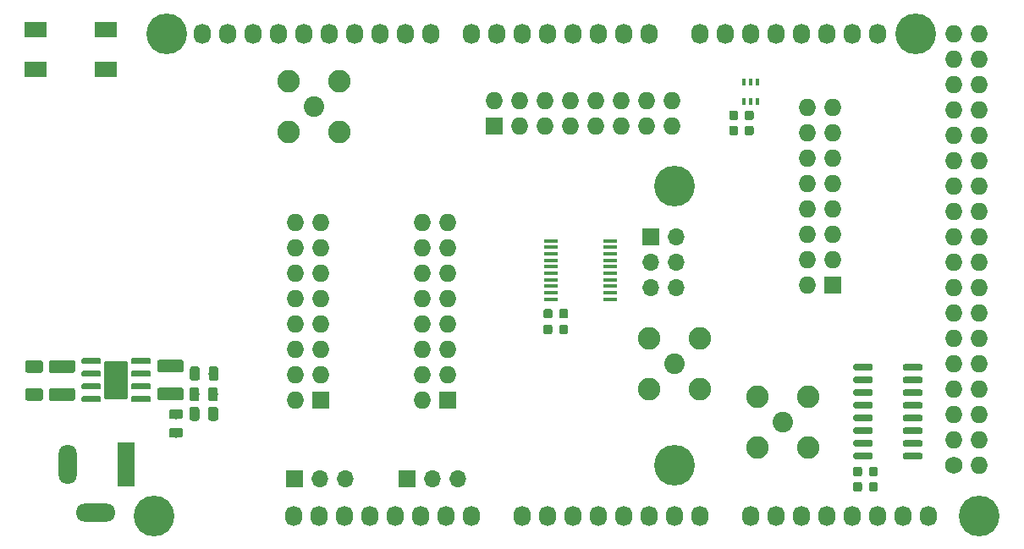
<source format=gbr>
%TF.GenerationSoftware,KiCad,Pcbnew,(5.1.2)-1*%
%TF.CreationDate,2020-09-11T17:40:03+02:00*%
%TF.ProjectId,ArduinoShield_SPIlinedriver_Sync_2V0,41726475-696e-46f5-9368-69656c645f53,3.1*%
%TF.SameCoordinates,Original*%
%TF.FileFunction,Soldermask,Top*%
%TF.FilePolarity,Negative*%
%FSLAX46Y46*%
G04 Gerber Fmt 4.6, Leading zero omitted, Abs format (unit mm)*
G04 Created by KiCad (PCBNEW (5.1.2)-1) date 2020-09-11 17:40:03*
%MOMM*%
%LPD*%
G04 APERTURE LIST*
%ADD10R,1.800000X4.400000*%
%ADD11O,1.800000X4.000000*%
%ADD12O,4.000000X1.800000*%
%ADD13R,2.203200X1.603200*%
%ADD14R,1.450000X0.450000*%
%ADD15C,1.727200*%
%ADD16O,1.727200X1.727200*%
%ADD17O,1.727200X2.032000*%
%ADD18C,4.064000*%
%ADD19R,1.700000X1.700000*%
%ADD20O,1.700000X1.700000*%
%ADD21C,2.050000*%
%ADD22C,2.250000*%
%ADD23C,0.100000*%
%ADD24C,0.600000*%
%ADD25C,0.875000*%
%ADD26R,1.727200X1.727200*%
%ADD27R,0.400000X0.650000*%
%ADD28C,1.250000*%
%ADD29C,0.975000*%
%ADD30C,2.410000*%
G04 APERTURE END LIST*
D10*
X114503200Y-113995200D03*
D11*
X108703200Y-113995200D03*
D12*
X111503200Y-118795200D03*
D13*
X112466000Y-74440800D03*
X105466000Y-74440800D03*
X112466000Y-70440800D03*
X105466000Y-70440800D03*
D14*
X157070000Y-97463800D03*
X157070000Y-96813800D03*
X157070000Y-96163800D03*
X157070000Y-95513800D03*
X157070000Y-94863800D03*
X157070000Y-94213800D03*
X157070000Y-93563800D03*
X157070000Y-92913800D03*
X157070000Y-92263800D03*
X157070000Y-91613800D03*
X162970000Y-91613800D03*
X162970000Y-92263800D03*
X162970000Y-92913800D03*
X162970000Y-93563800D03*
X162970000Y-94213800D03*
X162970000Y-94863800D03*
X162970000Y-95513800D03*
X162970000Y-96163800D03*
X162970000Y-96813800D03*
X162970000Y-97463800D03*
D15*
X197358000Y-114046000D03*
D16*
X199898000Y-114046000D03*
X197358000Y-111506000D03*
X199898000Y-111506000D03*
X197358000Y-108966000D03*
X199898000Y-108966000D03*
X197358000Y-106426000D03*
X199898000Y-106426000D03*
X197358000Y-103886000D03*
X199898000Y-103886000D03*
X197358000Y-101346000D03*
X199898000Y-101346000D03*
X197358000Y-98806000D03*
X199898000Y-98806000D03*
X197358000Y-96266000D03*
X199898000Y-96266000D03*
X197358000Y-93726000D03*
X199898000Y-93726000D03*
X197358000Y-91186000D03*
X199898000Y-91186000D03*
X197358000Y-88646000D03*
X199898000Y-88646000D03*
X197358000Y-86106000D03*
X199898000Y-86106000D03*
X197358000Y-83566000D03*
X199898000Y-83566000D03*
X197358000Y-81026000D03*
X199898000Y-81026000D03*
X197358000Y-78486000D03*
X199898000Y-78486000D03*
X197358000Y-75946000D03*
X199898000Y-75946000D03*
X197358000Y-73406000D03*
X199898000Y-73406000D03*
X197358000Y-70866000D03*
X199898000Y-70866000D03*
D17*
X131318000Y-119126000D03*
X133858000Y-119126000D03*
X136398000Y-119126000D03*
X138938000Y-119126000D03*
X141478000Y-119126000D03*
X144018000Y-119126000D03*
X146558000Y-119126000D03*
X149098000Y-119126000D03*
X154178000Y-119126000D03*
X156718000Y-119126000D03*
X159258000Y-119126000D03*
X161798000Y-119126000D03*
X164338000Y-119126000D03*
X166878000Y-119126000D03*
X169418000Y-119126000D03*
X171958000Y-119126000D03*
X177038000Y-119126000D03*
X179578000Y-119126000D03*
X182118000Y-119126000D03*
X184658000Y-119126000D03*
X187198000Y-119126000D03*
X189738000Y-119126000D03*
X192278000Y-119126000D03*
X194818000Y-119126000D03*
X122174000Y-70866000D03*
X124714000Y-70866000D03*
X127254000Y-70866000D03*
X129794000Y-70866000D03*
X132334000Y-70866000D03*
X134874000Y-70866000D03*
X137414000Y-70866000D03*
X139954000Y-70866000D03*
X142494000Y-70866000D03*
X145034000Y-70866000D03*
X149098000Y-70866000D03*
X151638000Y-70866000D03*
X154178000Y-70866000D03*
X156718000Y-70866000D03*
X159258000Y-70866000D03*
X161798000Y-70866000D03*
X164338000Y-70866000D03*
X166878000Y-70866000D03*
X171958000Y-70866000D03*
X174498000Y-70866000D03*
X177038000Y-70866000D03*
X179578000Y-70866000D03*
X182118000Y-70866000D03*
X184658000Y-70866000D03*
X187198000Y-70866000D03*
X189738000Y-70866000D03*
D18*
X117348000Y-119126000D03*
X169418000Y-114046000D03*
X199898000Y-119126000D03*
X118618000Y-70866000D03*
X169418000Y-86106000D03*
X193548000Y-70866000D03*
D19*
X167005000Y-91211400D03*
D20*
X169545000Y-91211400D03*
X167005000Y-93751400D03*
X169545000Y-93751400D03*
X167005000Y-96291400D03*
X169545000Y-96291400D03*
D21*
X180238400Y-109728000D03*
D22*
X182778400Y-112268000D03*
X182778400Y-107188000D03*
X177698400Y-107188000D03*
X177698400Y-112268000D03*
X166878000Y-106426000D03*
X166878000Y-101346000D03*
X171958000Y-101346000D03*
X171958000Y-106426000D03*
D21*
X169418000Y-103886000D03*
D23*
G36*
X194068703Y-112857722D02*
G01*
X194083264Y-112859882D01*
X194097543Y-112863459D01*
X194111403Y-112868418D01*
X194124710Y-112874712D01*
X194137336Y-112882280D01*
X194149159Y-112891048D01*
X194160066Y-112900934D01*
X194169952Y-112911841D01*
X194178720Y-112923664D01*
X194186288Y-112936290D01*
X194192582Y-112949597D01*
X194197541Y-112963457D01*
X194201118Y-112977736D01*
X194203278Y-112992297D01*
X194204000Y-113007000D01*
X194204000Y-113307000D01*
X194203278Y-113321703D01*
X194201118Y-113336264D01*
X194197541Y-113350543D01*
X194192582Y-113364403D01*
X194186288Y-113377710D01*
X194178720Y-113390336D01*
X194169952Y-113402159D01*
X194160066Y-113413066D01*
X194149159Y-113422952D01*
X194137336Y-113431720D01*
X194124710Y-113439288D01*
X194111403Y-113445582D01*
X194097543Y-113450541D01*
X194083264Y-113454118D01*
X194068703Y-113456278D01*
X194054000Y-113457000D01*
X192404000Y-113457000D01*
X192389297Y-113456278D01*
X192374736Y-113454118D01*
X192360457Y-113450541D01*
X192346597Y-113445582D01*
X192333290Y-113439288D01*
X192320664Y-113431720D01*
X192308841Y-113422952D01*
X192297934Y-113413066D01*
X192288048Y-113402159D01*
X192279280Y-113390336D01*
X192271712Y-113377710D01*
X192265418Y-113364403D01*
X192260459Y-113350543D01*
X192256882Y-113336264D01*
X192254722Y-113321703D01*
X192254000Y-113307000D01*
X192254000Y-113007000D01*
X192254722Y-112992297D01*
X192256882Y-112977736D01*
X192260459Y-112963457D01*
X192265418Y-112949597D01*
X192271712Y-112936290D01*
X192279280Y-112923664D01*
X192288048Y-112911841D01*
X192297934Y-112900934D01*
X192308841Y-112891048D01*
X192320664Y-112882280D01*
X192333290Y-112874712D01*
X192346597Y-112868418D01*
X192360457Y-112863459D01*
X192374736Y-112859882D01*
X192389297Y-112857722D01*
X192404000Y-112857000D01*
X194054000Y-112857000D01*
X194068703Y-112857722D01*
X194068703Y-112857722D01*
G37*
D24*
X193229000Y-113157000D03*
D23*
G36*
X194068703Y-111587722D02*
G01*
X194083264Y-111589882D01*
X194097543Y-111593459D01*
X194111403Y-111598418D01*
X194124710Y-111604712D01*
X194137336Y-111612280D01*
X194149159Y-111621048D01*
X194160066Y-111630934D01*
X194169952Y-111641841D01*
X194178720Y-111653664D01*
X194186288Y-111666290D01*
X194192582Y-111679597D01*
X194197541Y-111693457D01*
X194201118Y-111707736D01*
X194203278Y-111722297D01*
X194204000Y-111737000D01*
X194204000Y-112037000D01*
X194203278Y-112051703D01*
X194201118Y-112066264D01*
X194197541Y-112080543D01*
X194192582Y-112094403D01*
X194186288Y-112107710D01*
X194178720Y-112120336D01*
X194169952Y-112132159D01*
X194160066Y-112143066D01*
X194149159Y-112152952D01*
X194137336Y-112161720D01*
X194124710Y-112169288D01*
X194111403Y-112175582D01*
X194097543Y-112180541D01*
X194083264Y-112184118D01*
X194068703Y-112186278D01*
X194054000Y-112187000D01*
X192404000Y-112187000D01*
X192389297Y-112186278D01*
X192374736Y-112184118D01*
X192360457Y-112180541D01*
X192346597Y-112175582D01*
X192333290Y-112169288D01*
X192320664Y-112161720D01*
X192308841Y-112152952D01*
X192297934Y-112143066D01*
X192288048Y-112132159D01*
X192279280Y-112120336D01*
X192271712Y-112107710D01*
X192265418Y-112094403D01*
X192260459Y-112080543D01*
X192256882Y-112066264D01*
X192254722Y-112051703D01*
X192254000Y-112037000D01*
X192254000Y-111737000D01*
X192254722Y-111722297D01*
X192256882Y-111707736D01*
X192260459Y-111693457D01*
X192265418Y-111679597D01*
X192271712Y-111666290D01*
X192279280Y-111653664D01*
X192288048Y-111641841D01*
X192297934Y-111630934D01*
X192308841Y-111621048D01*
X192320664Y-111612280D01*
X192333290Y-111604712D01*
X192346597Y-111598418D01*
X192360457Y-111593459D01*
X192374736Y-111589882D01*
X192389297Y-111587722D01*
X192404000Y-111587000D01*
X194054000Y-111587000D01*
X194068703Y-111587722D01*
X194068703Y-111587722D01*
G37*
D24*
X193229000Y-111887000D03*
D23*
G36*
X194068703Y-110317722D02*
G01*
X194083264Y-110319882D01*
X194097543Y-110323459D01*
X194111403Y-110328418D01*
X194124710Y-110334712D01*
X194137336Y-110342280D01*
X194149159Y-110351048D01*
X194160066Y-110360934D01*
X194169952Y-110371841D01*
X194178720Y-110383664D01*
X194186288Y-110396290D01*
X194192582Y-110409597D01*
X194197541Y-110423457D01*
X194201118Y-110437736D01*
X194203278Y-110452297D01*
X194204000Y-110467000D01*
X194204000Y-110767000D01*
X194203278Y-110781703D01*
X194201118Y-110796264D01*
X194197541Y-110810543D01*
X194192582Y-110824403D01*
X194186288Y-110837710D01*
X194178720Y-110850336D01*
X194169952Y-110862159D01*
X194160066Y-110873066D01*
X194149159Y-110882952D01*
X194137336Y-110891720D01*
X194124710Y-110899288D01*
X194111403Y-110905582D01*
X194097543Y-110910541D01*
X194083264Y-110914118D01*
X194068703Y-110916278D01*
X194054000Y-110917000D01*
X192404000Y-110917000D01*
X192389297Y-110916278D01*
X192374736Y-110914118D01*
X192360457Y-110910541D01*
X192346597Y-110905582D01*
X192333290Y-110899288D01*
X192320664Y-110891720D01*
X192308841Y-110882952D01*
X192297934Y-110873066D01*
X192288048Y-110862159D01*
X192279280Y-110850336D01*
X192271712Y-110837710D01*
X192265418Y-110824403D01*
X192260459Y-110810543D01*
X192256882Y-110796264D01*
X192254722Y-110781703D01*
X192254000Y-110767000D01*
X192254000Y-110467000D01*
X192254722Y-110452297D01*
X192256882Y-110437736D01*
X192260459Y-110423457D01*
X192265418Y-110409597D01*
X192271712Y-110396290D01*
X192279280Y-110383664D01*
X192288048Y-110371841D01*
X192297934Y-110360934D01*
X192308841Y-110351048D01*
X192320664Y-110342280D01*
X192333290Y-110334712D01*
X192346597Y-110328418D01*
X192360457Y-110323459D01*
X192374736Y-110319882D01*
X192389297Y-110317722D01*
X192404000Y-110317000D01*
X194054000Y-110317000D01*
X194068703Y-110317722D01*
X194068703Y-110317722D01*
G37*
D24*
X193229000Y-110617000D03*
D23*
G36*
X194068703Y-109047722D02*
G01*
X194083264Y-109049882D01*
X194097543Y-109053459D01*
X194111403Y-109058418D01*
X194124710Y-109064712D01*
X194137336Y-109072280D01*
X194149159Y-109081048D01*
X194160066Y-109090934D01*
X194169952Y-109101841D01*
X194178720Y-109113664D01*
X194186288Y-109126290D01*
X194192582Y-109139597D01*
X194197541Y-109153457D01*
X194201118Y-109167736D01*
X194203278Y-109182297D01*
X194204000Y-109197000D01*
X194204000Y-109497000D01*
X194203278Y-109511703D01*
X194201118Y-109526264D01*
X194197541Y-109540543D01*
X194192582Y-109554403D01*
X194186288Y-109567710D01*
X194178720Y-109580336D01*
X194169952Y-109592159D01*
X194160066Y-109603066D01*
X194149159Y-109612952D01*
X194137336Y-109621720D01*
X194124710Y-109629288D01*
X194111403Y-109635582D01*
X194097543Y-109640541D01*
X194083264Y-109644118D01*
X194068703Y-109646278D01*
X194054000Y-109647000D01*
X192404000Y-109647000D01*
X192389297Y-109646278D01*
X192374736Y-109644118D01*
X192360457Y-109640541D01*
X192346597Y-109635582D01*
X192333290Y-109629288D01*
X192320664Y-109621720D01*
X192308841Y-109612952D01*
X192297934Y-109603066D01*
X192288048Y-109592159D01*
X192279280Y-109580336D01*
X192271712Y-109567710D01*
X192265418Y-109554403D01*
X192260459Y-109540543D01*
X192256882Y-109526264D01*
X192254722Y-109511703D01*
X192254000Y-109497000D01*
X192254000Y-109197000D01*
X192254722Y-109182297D01*
X192256882Y-109167736D01*
X192260459Y-109153457D01*
X192265418Y-109139597D01*
X192271712Y-109126290D01*
X192279280Y-109113664D01*
X192288048Y-109101841D01*
X192297934Y-109090934D01*
X192308841Y-109081048D01*
X192320664Y-109072280D01*
X192333290Y-109064712D01*
X192346597Y-109058418D01*
X192360457Y-109053459D01*
X192374736Y-109049882D01*
X192389297Y-109047722D01*
X192404000Y-109047000D01*
X194054000Y-109047000D01*
X194068703Y-109047722D01*
X194068703Y-109047722D01*
G37*
D24*
X193229000Y-109347000D03*
D23*
G36*
X194068703Y-107777722D02*
G01*
X194083264Y-107779882D01*
X194097543Y-107783459D01*
X194111403Y-107788418D01*
X194124710Y-107794712D01*
X194137336Y-107802280D01*
X194149159Y-107811048D01*
X194160066Y-107820934D01*
X194169952Y-107831841D01*
X194178720Y-107843664D01*
X194186288Y-107856290D01*
X194192582Y-107869597D01*
X194197541Y-107883457D01*
X194201118Y-107897736D01*
X194203278Y-107912297D01*
X194204000Y-107927000D01*
X194204000Y-108227000D01*
X194203278Y-108241703D01*
X194201118Y-108256264D01*
X194197541Y-108270543D01*
X194192582Y-108284403D01*
X194186288Y-108297710D01*
X194178720Y-108310336D01*
X194169952Y-108322159D01*
X194160066Y-108333066D01*
X194149159Y-108342952D01*
X194137336Y-108351720D01*
X194124710Y-108359288D01*
X194111403Y-108365582D01*
X194097543Y-108370541D01*
X194083264Y-108374118D01*
X194068703Y-108376278D01*
X194054000Y-108377000D01*
X192404000Y-108377000D01*
X192389297Y-108376278D01*
X192374736Y-108374118D01*
X192360457Y-108370541D01*
X192346597Y-108365582D01*
X192333290Y-108359288D01*
X192320664Y-108351720D01*
X192308841Y-108342952D01*
X192297934Y-108333066D01*
X192288048Y-108322159D01*
X192279280Y-108310336D01*
X192271712Y-108297710D01*
X192265418Y-108284403D01*
X192260459Y-108270543D01*
X192256882Y-108256264D01*
X192254722Y-108241703D01*
X192254000Y-108227000D01*
X192254000Y-107927000D01*
X192254722Y-107912297D01*
X192256882Y-107897736D01*
X192260459Y-107883457D01*
X192265418Y-107869597D01*
X192271712Y-107856290D01*
X192279280Y-107843664D01*
X192288048Y-107831841D01*
X192297934Y-107820934D01*
X192308841Y-107811048D01*
X192320664Y-107802280D01*
X192333290Y-107794712D01*
X192346597Y-107788418D01*
X192360457Y-107783459D01*
X192374736Y-107779882D01*
X192389297Y-107777722D01*
X192404000Y-107777000D01*
X194054000Y-107777000D01*
X194068703Y-107777722D01*
X194068703Y-107777722D01*
G37*
D24*
X193229000Y-108077000D03*
D23*
G36*
X194068703Y-106507722D02*
G01*
X194083264Y-106509882D01*
X194097543Y-106513459D01*
X194111403Y-106518418D01*
X194124710Y-106524712D01*
X194137336Y-106532280D01*
X194149159Y-106541048D01*
X194160066Y-106550934D01*
X194169952Y-106561841D01*
X194178720Y-106573664D01*
X194186288Y-106586290D01*
X194192582Y-106599597D01*
X194197541Y-106613457D01*
X194201118Y-106627736D01*
X194203278Y-106642297D01*
X194204000Y-106657000D01*
X194204000Y-106957000D01*
X194203278Y-106971703D01*
X194201118Y-106986264D01*
X194197541Y-107000543D01*
X194192582Y-107014403D01*
X194186288Y-107027710D01*
X194178720Y-107040336D01*
X194169952Y-107052159D01*
X194160066Y-107063066D01*
X194149159Y-107072952D01*
X194137336Y-107081720D01*
X194124710Y-107089288D01*
X194111403Y-107095582D01*
X194097543Y-107100541D01*
X194083264Y-107104118D01*
X194068703Y-107106278D01*
X194054000Y-107107000D01*
X192404000Y-107107000D01*
X192389297Y-107106278D01*
X192374736Y-107104118D01*
X192360457Y-107100541D01*
X192346597Y-107095582D01*
X192333290Y-107089288D01*
X192320664Y-107081720D01*
X192308841Y-107072952D01*
X192297934Y-107063066D01*
X192288048Y-107052159D01*
X192279280Y-107040336D01*
X192271712Y-107027710D01*
X192265418Y-107014403D01*
X192260459Y-107000543D01*
X192256882Y-106986264D01*
X192254722Y-106971703D01*
X192254000Y-106957000D01*
X192254000Y-106657000D01*
X192254722Y-106642297D01*
X192256882Y-106627736D01*
X192260459Y-106613457D01*
X192265418Y-106599597D01*
X192271712Y-106586290D01*
X192279280Y-106573664D01*
X192288048Y-106561841D01*
X192297934Y-106550934D01*
X192308841Y-106541048D01*
X192320664Y-106532280D01*
X192333290Y-106524712D01*
X192346597Y-106518418D01*
X192360457Y-106513459D01*
X192374736Y-106509882D01*
X192389297Y-106507722D01*
X192404000Y-106507000D01*
X194054000Y-106507000D01*
X194068703Y-106507722D01*
X194068703Y-106507722D01*
G37*
D24*
X193229000Y-106807000D03*
D23*
G36*
X194068703Y-105237722D02*
G01*
X194083264Y-105239882D01*
X194097543Y-105243459D01*
X194111403Y-105248418D01*
X194124710Y-105254712D01*
X194137336Y-105262280D01*
X194149159Y-105271048D01*
X194160066Y-105280934D01*
X194169952Y-105291841D01*
X194178720Y-105303664D01*
X194186288Y-105316290D01*
X194192582Y-105329597D01*
X194197541Y-105343457D01*
X194201118Y-105357736D01*
X194203278Y-105372297D01*
X194204000Y-105387000D01*
X194204000Y-105687000D01*
X194203278Y-105701703D01*
X194201118Y-105716264D01*
X194197541Y-105730543D01*
X194192582Y-105744403D01*
X194186288Y-105757710D01*
X194178720Y-105770336D01*
X194169952Y-105782159D01*
X194160066Y-105793066D01*
X194149159Y-105802952D01*
X194137336Y-105811720D01*
X194124710Y-105819288D01*
X194111403Y-105825582D01*
X194097543Y-105830541D01*
X194083264Y-105834118D01*
X194068703Y-105836278D01*
X194054000Y-105837000D01*
X192404000Y-105837000D01*
X192389297Y-105836278D01*
X192374736Y-105834118D01*
X192360457Y-105830541D01*
X192346597Y-105825582D01*
X192333290Y-105819288D01*
X192320664Y-105811720D01*
X192308841Y-105802952D01*
X192297934Y-105793066D01*
X192288048Y-105782159D01*
X192279280Y-105770336D01*
X192271712Y-105757710D01*
X192265418Y-105744403D01*
X192260459Y-105730543D01*
X192256882Y-105716264D01*
X192254722Y-105701703D01*
X192254000Y-105687000D01*
X192254000Y-105387000D01*
X192254722Y-105372297D01*
X192256882Y-105357736D01*
X192260459Y-105343457D01*
X192265418Y-105329597D01*
X192271712Y-105316290D01*
X192279280Y-105303664D01*
X192288048Y-105291841D01*
X192297934Y-105280934D01*
X192308841Y-105271048D01*
X192320664Y-105262280D01*
X192333290Y-105254712D01*
X192346597Y-105248418D01*
X192360457Y-105243459D01*
X192374736Y-105239882D01*
X192389297Y-105237722D01*
X192404000Y-105237000D01*
X194054000Y-105237000D01*
X194068703Y-105237722D01*
X194068703Y-105237722D01*
G37*
D24*
X193229000Y-105537000D03*
D23*
G36*
X194068703Y-103967722D02*
G01*
X194083264Y-103969882D01*
X194097543Y-103973459D01*
X194111403Y-103978418D01*
X194124710Y-103984712D01*
X194137336Y-103992280D01*
X194149159Y-104001048D01*
X194160066Y-104010934D01*
X194169952Y-104021841D01*
X194178720Y-104033664D01*
X194186288Y-104046290D01*
X194192582Y-104059597D01*
X194197541Y-104073457D01*
X194201118Y-104087736D01*
X194203278Y-104102297D01*
X194204000Y-104117000D01*
X194204000Y-104417000D01*
X194203278Y-104431703D01*
X194201118Y-104446264D01*
X194197541Y-104460543D01*
X194192582Y-104474403D01*
X194186288Y-104487710D01*
X194178720Y-104500336D01*
X194169952Y-104512159D01*
X194160066Y-104523066D01*
X194149159Y-104532952D01*
X194137336Y-104541720D01*
X194124710Y-104549288D01*
X194111403Y-104555582D01*
X194097543Y-104560541D01*
X194083264Y-104564118D01*
X194068703Y-104566278D01*
X194054000Y-104567000D01*
X192404000Y-104567000D01*
X192389297Y-104566278D01*
X192374736Y-104564118D01*
X192360457Y-104560541D01*
X192346597Y-104555582D01*
X192333290Y-104549288D01*
X192320664Y-104541720D01*
X192308841Y-104532952D01*
X192297934Y-104523066D01*
X192288048Y-104512159D01*
X192279280Y-104500336D01*
X192271712Y-104487710D01*
X192265418Y-104474403D01*
X192260459Y-104460543D01*
X192256882Y-104446264D01*
X192254722Y-104431703D01*
X192254000Y-104417000D01*
X192254000Y-104117000D01*
X192254722Y-104102297D01*
X192256882Y-104087736D01*
X192260459Y-104073457D01*
X192265418Y-104059597D01*
X192271712Y-104046290D01*
X192279280Y-104033664D01*
X192288048Y-104021841D01*
X192297934Y-104010934D01*
X192308841Y-104001048D01*
X192320664Y-103992280D01*
X192333290Y-103984712D01*
X192346597Y-103978418D01*
X192360457Y-103973459D01*
X192374736Y-103969882D01*
X192389297Y-103967722D01*
X192404000Y-103967000D01*
X194054000Y-103967000D01*
X194068703Y-103967722D01*
X194068703Y-103967722D01*
G37*
D24*
X193229000Y-104267000D03*
D23*
G36*
X189118703Y-103967722D02*
G01*
X189133264Y-103969882D01*
X189147543Y-103973459D01*
X189161403Y-103978418D01*
X189174710Y-103984712D01*
X189187336Y-103992280D01*
X189199159Y-104001048D01*
X189210066Y-104010934D01*
X189219952Y-104021841D01*
X189228720Y-104033664D01*
X189236288Y-104046290D01*
X189242582Y-104059597D01*
X189247541Y-104073457D01*
X189251118Y-104087736D01*
X189253278Y-104102297D01*
X189254000Y-104117000D01*
X189254000Y-104417000D01*
X189253278Y-104431703D01*
X189251118Y-104446264D01*
X189247541Y-104460543D01*
X189242582Y-104474403D01*
X189236288Y-104487710D01*
X189228720Y-104500336D01*
X189219952Y-104512159D01*
X189210066Y-104523066D01*
X189199159Y-104532952D01*
X189187336Y-104541720D01*
X189174710Y-104549288D01*
X189161403Y-104555582D01*
X189147543Y-104560541D01*
X189133264Y-104564118D01*
X189118703Y-104566278D01*
X189104000Y-104567000D01*
X187454000Y-104567000D01*
X187439297Y-104566278D01*
X187424736Y-104564118D01*
X187410457Y-104560541D01*
X187396597Y-104555582D01*
X187383290Y-104549288D01*
X187370664Y-104541720D01*
X187358841Y-104532952D01*
X187347934Y-104523066D01*
X187338048Y-104512159D01*
X187329280Y-104500336D01*
X187321712Y-104487710D01*
X187315418Y-104474403D01*
X187310459Y-104460543D01*
X187306882Y-104446264D01*
X187304722Y-104431703D01*
X187304000Y-104417000D01*
X187304000Y-104117000D01*
X187304722Y-104102297D01*
X187306882Y-104087736D01*
X187310459Y-104073457D01*
X187315418Y-104059597D01*
X187321712Y-104046290D01*
X187329280Y-104033664D01*
X187338048Y-104021841D01*
X187347934Y-104010934D01*
X187358841Y-104001048D01*
X187370664Y-103992280D01*
X187383290Y-103984712D01*
X187396597Y-103978418D01*
X187410457Y-103973459D01*
X187424736Y-103969882D01*
X187439297Y-103967722D01*
X187454000Y-103967000D01*
X189104000Y-103967000D01*
X189118703Y-103967722D01*
X189118703Y-103967722D01*
G37*
D24*
X188279000Y-104267000D03*
D23*
G36*
X189118703Y-105237722D02*
G01*
X189133264Y-105239882D01*
X189147543Y-105243459D01*
X189161403Y-105248418D01*
X189174710Y-105254712D01*
X189187336Y-105262280D01*
X189199159Y-105271048D01*
X189210066Y-105280934D01*
X189219952Y-105291841D01*
X189228720Y-105303664D01*
X189236288Y-105316290D01*
X189242582Y-105329597D01*
X189247541Y-105343457D01*
X189251118Y-105357736D01*
X189253278Y-105372297D01*
X189254000Y-105387000D01*
X189254000Y-105687000D01*
X189253278Y-105701703D01*
X189251118Y-105716264D01*
X189247541Y-105730543D01*
X189242582Y-105744403D01*
X189236288Y-105757710D01*
X189228720Y-105770336D01*
X189219952Y-105782159D01*
X189210066Y-105793066D01*
X189199159Y-105802952D01*
X189187336Y-105811720D01*
X189174710Y-105819288D01*
X189161403Y-105825582D01*
X189147543Y-105830541D01*
X189133264Y-105834118D01*
X189118703Y-105836278D01*
X189104000Y-105837000D01*
X187454000Y-105837000D01*
X187439297Y-105836278D01*
X187424736Y-105834118D01*
X187410457Y-105830541D01*
X187396597Y-105825582D01*
X187383290Y-105819288D01*
X187370664Y-105811720D01*
X187358841Y-105802952D01*
X187347934Y-105793066D01*
X187338048Y-105782159D01*
X187329280Y-105770336D01*
X187321712Y-105757710D01*
X187315418Y-105744403D01*
X187310459Y-105730543D01*
X187306882Y-105716264D01*
X187304722Y-105701703D01*
X187304000Y-105687000D01*
X187304000Y-105387000D01*
X187304722Y-105372297D01*
X187306882Y-105357736D01*
X187310459Y-105343457D01*
X187315418Y-105329597D01*
X187321712Y-105316290D01*
X187329280Y-105303664D01*
X187338048Y-105291841D01*
X187347934Y-105280934D01*
X187358841Y-105271048D01*
X187370664Y-105262280D01*
X187383290Y-105254712D01*
X187396597Y-105248418D01*
X187410457Y-105243459D01*
X187424736Y-105239882D01*
X187439297Y-105237722D01*
X187454000Y-105237000D01*
X189104000Y-105237000D01*
X189118703Y-105237722D01*
X189118703Y-105237722D01*
G37*
D24*
X188279000Y-105537000D03*
D23*
G36*
X189118703Y-106507722D02*
G01*
X189133264Y-106509882D01*
X189147543Y-106513459D01*
X189161403Y-106518418D01*
X189174710Y-106524712D01*
X189187336Y-106532280D01*
X189199159Y-106541048D01*
X189210066Y-106550934D01*
X189219952Y-106561841D01*
X189228720Y-106573664D01*
X189236288Y-106586290D01*
X189242582Y-106599597D01*
X189247541Y-106613457D01*
X189251118Y-106627736D01*
X189253278Y-106642297D01*
X189254000Y-106657000D01*
X189254000Y-106957000D01*
X189253278Y-106971703D01*
X189251118Y-106986264D01*
X189247541Y-107000543D01*
X189242582Y-107014403D01*
X189236288Y-107027710D01*
X189228720Y-107040336D01*
X189219952Y-107052159D01*
X189210066Y-107063066D01*
X189199159Y-107072952D01*
X189187336Y-107081720D01*
X189174710Y-107089288D01*
X189161403Y-107095582D01*
X189147543Y-107100541D01*
X189133264Y-107104118D01*
X189118703Y-107106278D01*
X189104000Y-107107000D01*
X187454000Y-107107000D01*
X187439297Y-107106278D01*
X187424736Y-107104118D01*
X187410457Y-107100541D01*
X187396597Y-107095582D01*
X187383290Y-107089288D01*
X187370664Y-107081720D01*
X187358841Y-107072952D01*
X187347934Y-107063066D01*
X187338048Y-107052159D01*
X187329280Y-107040336D01*
X187321712Y-107027710D01*
X187315418Y-107014403D01*
X187310459Y-107000543D01*
X187306882Y-106986264D01*
X187304722Y-106971703D01*
X187304000Y-106957000D01*
X187304000Y-106657000D01*
X187304722Y-106642297D01*
X187306882Y-106627736D01*
X187310459Y-106613457D01*
X187315418Y-106599597D01*
X187321712Y-106586290D01*
X187329280Y-106573664D01*
X187338048Y-106561841D01*
X187347934Y-106550934D01*
X187358841Y-106541048D01*
X187370664Y-106532280D01*
X187383290Y-106524712D01*
X187396597Y-106518418D01*
X187410457Y-106513459D01*
X187424736Y-106509882D01*
X187439297Y-106507722D01*
X187454000Y-106507000D01*
X189104000Y-106507000D01*
X189118703Y-106507722D01*
X189118703Y-106507722D01*
G37*
D24*
X188279000Y-106807000D03*
D23*
G36*
X189118703Y-107777722D02*
G01*
X189133264Y-107779882D01*
X189147543Y-107783459D01*
X189161403Y-107788418D01*
X189174710Y-107794712D01*
X189187336Y-107802280D01*
X189199159Y-107811048D01*
X189210066Y-107820934D01*
X189219952Y-107831841D01*
X189228720Y-107843664D01*
X189236288Y-107856290D01*
X189242582Y-107869597D01*
X189247541Y-107883457D01*
X189251118Y-107897736D01*
X189253278Y-107912297D01*
X189254000Y-107927000D01*
X189254000Y-108227000D01*
X189253278Y-108241703D01*
X189251118Y-108256264D01*
X189247541Y-108270543D01*
X189242582Y-108284403D01*
X189236288Y-108297710D01*
X189228720Y-108310336D01*
X189219952Y-108322159D01*
X189210066Y-108333066D01*
X189199159Y-108342952D01*
X189187336Y-108351720D01*
X189174710Y-108359288D01*
X189161403Y-108365582D01*
X189147543Y-108370541D01*
X189133264Y-108374118D01*
X189118703Y-108376278D01*
X189104000Y-108377000D01*
X187454000Y-108377000D01*
X187439297Y-108376278D01*
X187424736Y-108374118D01*
X187410457Y-108370541D01*
X187396597Y-108365582D01*
X187383290Y-108359288D01*
X187370664Y-108351720D01*
X187358841Y-108342952D01*
X187347934Y-108333066D01*
X187338048Y-108322159D01*
X187329280Y-108310336D01*
X187321712Y-108297710D01*
X187315418Y-108284403D01*
X187310459Y-108270543D01*
X187306882Y-108256264D01*
X187304722Y-108241703D01*
X187304000Y-108227000D01*
X187304000Y-107927000D01*
X187304722Y-107912297D01*
X187306882Y-107897736D01*
X187310459Y-107883457D01*
X187315418Y-107869597D01*
X187321712Y-107856290D01*
X187329280Y-107843664D01*
X187338048Y-107831841D01*
X187347934Y-107820934D01*
X187358841Y-107811048D01*
X187370664Y-107802280D01*
X187383290Y-107794712D01*
X187396597Y-107788418D01*
X187410457Y-107783459D01*
X187424736Y-107779882D01*
X187439297Y-107777722D01*
X187454000Y-107777000D01*
X189104000Y-107777000D01*
X189118703Y-107777722D01*
X189118703Y-107777722D01*
G37*
D24*
X188279000Y-108077000D03*
D23*
G36*
X189118703Y-109047722D02*
G01*
X189133264Y-109049882D01*
X189147543Y-109053459D01*
X189161403Y-109058418D01*
X189174710Y-109064712D01*
X189187336Y-109072280D01*
X189199159Y-109081048D01*
X189210066Y-109090934D01*
X189219952Y-109101841D01*
X189228720Y-109113664D01*
X189236288Y-109126290D01*
X189242582Y-109139597D01*
X189247541Y-109153457D01*
X189251118Y-109167736D01*
X189253278Y-109182297D01*
X189254000Y-109197000D01*
X189254000Y-109497000D01*
X189253278Y-109511703D01*
X189251118Y-109526264D01*
X189247541Y-109540543D01*
X189242582Y-109554403D01*
X189236288Y-109567710D01*
X189228720Y-109580336D01*
X189219952Y-109592159D01*
X189210066Y-109603066D01*
X189199159Y-109612952D01*
X189187336Y-109621720D01*
X189174710Y-109629288D01*
X189161403Y-109635582D01*
X189147543Y-109640541D01*
X189133264Y-109644118D01*
X189118703Y-109646278D01*
X189104000Y-109647000D01*
X187454000Y-109647000D01*
X187439297Y-109646278D01*
X187424736Y-109644118D01*
X187410457Y-109640541D01*
X187396597Y-109635582D01*
X187383290Y-109629288D01*
X187370664Y-109621720D01*
X187358841Y-109612952D01*
X187347934Y-109603066D01*
X187338048Y-109592159D01*
X187329280Y-109580336D01*
X187321712Y-109567710D01*
X187315418Y-109554403D01*
X187310459Y-109540543D01*
X187306882Y-109526264D01*
X187304722Y-109511703D01*
X187304000Y-109497000D01*
X187304000Y-109197000D01*
X187304722Y-109182297D01*
X187306882Y-109167736D01*
X187310459Y-109153457D01*
X187315418Y-109139597D01*
X187321712Y-109126290D01*
X187329280Y-109113664D01*
X187338048Y-109101841D01*
X187347934Y-109090934D01*
X187358841Y-109081048D01*
X187370664Y-109072280D01*
X187383290Y-109064712D01*
X187396597Y-109058418D01*
X187410457Y-109053459D01*
X187424736Y-109049882D01*
X187439297Y-109047722D01*
X187454000Y-109047000D01*
X189104000Y-109047000D01*
X189118703Y-109047722D01*
X189118703Y-109047722D01*
G37*
D24*
X188279000Y-109347000D03*
D23*
G36*
X189118703Y-110317722D02*
G01*
X189133264Y-110319882D01*
X189147543Y-110323459D01*
X189161403Y-110328418D01*
X189174710Y-110334712D01*
X189187336Y-110342280D01*
X189199159Y-110351048D01*
X189210066Y-110360934D01*
X189219952Y-110371841D01*
X189228720Y-110383664D01*
X189236288Y-110396290D01*
X189242582Y-110409597D01*
X189247541Y-110423457D01*
X189251118Y-110437736D01*
X189253278Y-110452297D01*
X189254000Y-110467000D01*
X189254000Y-110767000D01*
X189253278Y-110781703D01*
X189251118Y-110796264D01*
X189247541Y-110810543D01*
X189242582Y-110824403D01*
X189236288Y-110837710D01*
X189228720Y-110850336D01*
X189219952Y-110862159D01*
X189210066Y-110873066D01*
X189199159Y-110882952D01*
X189187336Y-110891720D01*
X189174710Y-110899288D01*
X189161403Y-110905582D01*
X189147543Y-110910541D01*
X189133264Y-110914118D01*
X189118703Y-110916278D01*
X189104000Y-110917000D01*
X187454000Y-110917000D01*
X187439297Y-110916278D01*
X187424736Y-110914118D01*
X187410457Y-110910541D01*
X187396597Y-110905582D01*
X187383290Y-110899288D01*
X187370664Y-110891720D01*
X187358841Y-110882952D01*
X187347934Y-110873066D01*
X187338048Y-110862159D01*
X187329280Y-110850336D01*
X187321712Y-110837710D01*
X187315418Y-110824403D01*
X187310459Y-110810543D01*
X187306882Y-110796264D01*
X187304722Y-110781703D01*
X187304000Y-110767000D01*
X187304000Y-110467000D01*
X187304722Y-110452297D01*
X187306882Y-110437736D01*
X187310459Y-110423457D01*
X187315418Y-110409597D01*
X187321712Y-110396290D01*
X187329280Y-110383664D01*
X187338048Y-110371841D01*
X187347934Y-110360934D01*
X187358841Y-110351048D01*
X187370664Y-110342280D01*
X187383290Y-110334712D01*
X187396597Y-110328418D01*
X187410457Y-110323459D01*
X187424736Y-110319882D01*
X187439297Y-110317722D01*
X187454000Y-110317000D01*
X189104000Y-110317000D01*
X189118703Y-110317722D01*
X189118703Y-110317722D01*
G37*
D24*
X188279000Y-110617000D03*
D23*
G36*
X189118703Y-111587722D02*
G01*
X189133264Y-111589882D01*
X189147543Y-111593459D01*
X189161403Y-111598418D01*
X189174710Y-111604712D01*
X189187336Y-111612280D01*
X189199159Y-111621048D01*
X189210066Y-111630934D01*
X189219952Y-111641841D01*
X189228720Y-111653664D01*
X189236288Y-111666290D01*
X189242582Y-111679597D01*
X189247541Y-111693457D01*
X189251118Y-111707736D01*
X189253278Y-111722297D01*
X189254000Y-111737000D01*
X189254000Y-112037000D01*
X189253278Y-112051703D01*
X189251118Y-112066264D01*
X189247541Y-112080543D01*
X189242582Y-112094403D01*
X189236288Y-112107710D01*
X189228720Y-112120336D01*
X189219952Y-112132159D01*
X189210066Y-112143066D01*
X189199159Y-112152952D01*
X189187336Y-112161720D01*
X189174710Y-112169288D01*
X189161403Y-112175582D01*
X189147543Y-112180541D01*
X189133264Y-112184118D01*
X189118703Y-112186278D01*
X189104000Y-112187000D01*
X187454000Y-112187000D01*
X187439297Y-112186278D01*
X187424736Y-112184118D01*
X187410457Y-112180541D01*
X187396597Y-112175582D01*
X187383290Y-112169288D01*
X187370664Y-112161720D01*
X187358841Y-112152952D01*
X187347934Y-112143066D01*
X187338048Y-112132159D01*
X187329280Y-112120336D01*
X187321712Y-112107710D01*
X187315418Y-112094403D01*
X187310459Y-112080543D01*
X187306882Y-112066264D01*
X187304722Y-112051703D01*
X187304000Y-112037000D01*
X187304000Y-111737000D01*
X187304722Y-111722297D01*
X187306882Y-111707736D01*
X187310459Y-111693457D01*
X187315418Y-111679597D01*
X187321712Y-111666290D01*
X187329280Y-111653664D01*
X187338048Y-111641841D01*
X187347934Y-111630934D01*
X187358841Y-111621048D01*
X187370664Y-111612280D01*
X187383290Y-111604712D01*
X187396597Y-111598418D01*
X187410457Y-111593459D01*
X187424736Y-111589882D01*
X187439297Y-111587722D01*
X187454000Y-111587000D01*
X189104000Y-111587000D01*
X189118703Y-111587722D01*
X189118703Y-111587722D01*
G37*
D24*
X188279000Y-111887000D03*
D23*
G36*
X189118703Y-112857722D02*
G01*
X189133264Y-112859882D01*
X189147543Y-112863459D01*
X189161403Y-112868418D01*
X189174710Y-112874712D01*
X189187336Y-112882280D01*
X189199159Y-112891048D01*
X189210066Y-112900934D01*
X189219952Y-112911841D01*
X189228720Y-112923664D01*
X189236288Y-112936290D01*
X189242582Y-112949597D01*
X189247541Y-112963457D01*
X189251118Y-112977736D01*
X189253278Y-112992297D01*
X189254000Y-113007000D01*
X189254000Y-113307000D01*
X189253278Y-113321703D01*
X189251118Y-113336264D01*
X189247541Y-113350543D01*
X189242582Y-113364403D01*
X189236288Y-113377710D01*
X189228720Y-113390336D01*
X189219952Y-113402159D01*
X189210066Y-113413066D01*
X189199159Y-113422952D01*
X189187336Y-113431720D01*
X189174710Y-113439288D01*
X189161403Y-113445582D01*
X189147543Y-113450541D01*
X189133264Y-113454118D01*
X189118703Y-113456278D01*
X189104000Y-113457000D01*
X187454000Y-113457000D01*
X187439297Y-113456278D01*
X187424736Y-113454118D01*
X187410457Y-113450541D01*
X187396597Y-113445582D01*
X187383290Y-113439288D01*
X187370664Y-113431720D01*
X187358841Y-113422952D01*
X187347934Y-113413066D01*
X187338048Y-113402159D01*
X187329280Y-113390336D01*
X187321712Y-113377710D01*
X187315418Y-113364403D01*
X187310459Y-113350543D01*
X187306882Y-113336264D01*
X187304722Y-113321703D01*
X187304000Y-113307000D01*
X187304000Y-113007000D01*
X187304722Y-112992297D01*
X187306882Y-112977736D01*
X187310459Y-112963457D01*
X187315418Y-112949597D01*
X187321712Y-112936290D01*
X187329280Y-112923664D01*
X187338048Y-112911841D01*
X187347934Y-112900934D01*
X187358841Y-112891048D01*
X187370664Y-112882280D01*
X187383290Y-112874712D01*
X187396597Y-112868418D01*
X187410457Y-112863459D01*
X187424736Y-112859882D01*
X187439297Y-112857722D01*
X187454000Y-112857000D01*
X189104000Y-112857000D01*
X189118703Y-112857722D01*
X189118703Y-112857722D01*
G37*
D24*
X188279000Y-113157000D03*
D19*
X142608300Y-115430300D03*
D20*
X145148300Y-115430300D03*
X147688300Y-115430300D03*
X136461500Y-115430300D03*
X133921500Y-115430300D03*
D19*
X131381500Y-115430300D03*
D23*
G36*
X158558491Y-98433653D02*
G01*
X158579726Y-98436803D01*
X158600550Y-98442019D01*
X158620762Y-98449251D01*
X158640168Y-98458430D01*
X158658581Y-98469466D01*
X158675824Y-98482254D01*
X158691730Y-98496670D01*
X158706146Y-98512576D01*
X158718934Y-98529819D01*
X158729970Y-98548232D01*
X158739149Y-98567638D01*
X158746381Y-98587850D01*
X158751597Y-98608674D01*
X158754747Y-98629909D01*
X158755800Y-98651350D01*
X158755800Y-99163850D01*
X158754747Y-99185291D01*
X158751597Y-99206526D01*
X158746381Y-99227350D01*
X158739149Y-99247562D01*
X158729970Y-99266968D01*
X158718934Y-99285381D01*
X158706146Y-99302624D01*
X158691730Y-99318530D01*
X158675824Y-99332946D01*
X158658581Y-99345734D01*
X158640168Y-99356770D01*
X158620762Y-99365949D01*
X158600550Y-99373181D01*
X158579726Y-99378397D01*
X158558491Y-99381547D01*
X158537050Y-99382600D01*
X158099550Y-99382600D01*
X158078109Y-99381547D01*
X158056874Y-99378397D01*
X158036050Y-99373181D01*
X158015838Y-99365949D01*
X157996432Y-99356770D01*
X157978019Y-99345734D01*
X157960776Y-99332946D01*
X157944870Y-99318530D01*
X157930454Y-99302624D01*
X157917666Y-99285381D01*
X157906630Y-99266968D01*
X157897451Y-99247562D01*
X157890219Y-99227350D01*
X157885003Y-99206526D01*
X157881853Y-99185291D01*
X157880800Y-99163850D01*
X157880800Y-98651350D01*
X157881853Y-98629909D01*
X157885003Y-98608674D01*
X157890219Y-98587850D01*
X157897451Y-98567638D01*
X157906630Y-98548232D01*
X157917666Y-98529819D01*
X157930454Y-98512576D01*
X157944870Y-98496670D01*
X157960776Y-98482254D01*
X157978019Y-98469466D01*
X157996432Y-98458430D01*
X158015838Y-98449251D01*
X158036050Y-98442019D01*
X158056874Y-98436803D01*
X158078109Y-98433653D01*
X158099550Y-98432600D01*
X158537050Y-98432600D01*
X158558491Y-98433653D01*
X158558491Y-98433653D01*
G37*
D25*
X158318300Y-98907600D03*
D23*
G36*
X156983491Y-98433653D02*
G01*
X157004726Y-98436803D01*
X157025550Y-98442019D01*
X157045762Y-98449251D01*
X157065168Y-98458430D01*
X157083581Y-98469466D01*
X157100824Y-98482254D01*
X157116730Y-98496670D01*
X157131146Y-98512576D01*
X157143934Y-98529819D01*
X157154970Y-98548232D01*
X157164149Y-98567638D01*
X157171381Y-98587850D01*
X157176597Y-98608674D01*
X157179747Y-98629909D01*
X157180800Y-98651350D01*
X157180800Y-99163850D01*
X157179747Y-99185291D01*
X157176597Y-99206526D01*
X157171381Y-99227350D01*
X157164149Y-99247562D01*
X157154970Y-99266968D01*
X157143934Y-99285381D01*
X157131146Y-99302624D01*
X157116730Y-99318530D01*
X157100824Y-99332946D01*
X157083581Y-99345734D01*
X157065168Y-99356770D01*
X157045762Y-99365949D01*
X157025550Y-99373181D01*
X157004726Y-99378397D01*
X156983491Y-99381547D01*
X156962050Y-99382600D01*
X156524550Y-99382600D01*
X156503109Y-99381547D01*
X156481874Y-99378397D01*
X156461050Y-99373181D01*
X156440838Y-99365949D01*
X156421432Y-99356770D01*
X156403019Y-99345734D01*
X156385776Y-99332946D01*
X156369870Y-99318530D01*
X156355454Y-99302624D01*
X156342666Y-99285381D01*
X156331630Y-99266968D01*
X156322451Y-99247562D01*
X156315219Y-99227350D01*
X156310003Y-99206526D01*
X156306853Y-99185291D01*
X156305800Y-99163850D01*
X156305800Y-98651350D01*
X156306853Y-98629909D01*
X156310003Y-98608674D01*
X156315219Y-98587850D01*
X156322451Y-98567638D01*
X156331630Y-98548232D01*
X156342666Y-98529819D01*
X156355454Y-98512576D01*
X156369870Y-98496670D01*
X156385776Y-98482254D01*
X156403019Y-98469466D01*
X156421432Y-98458430D01*
X156440838Y-98449251D01*
X156461050Y-98442019D01*
X156481874Y-98436803D01*
X156503109Y-98433653D01*
X156524550Y-98432600D01*
X156962050Y-98432600D01*
X156983491Y-98433653D01*
X156983491Y-98433653D01*
G37*
D25*
X156743300Y-98907600D03*
D23*
G36*
X175550891Y-78583553D02*
G01*
X175572126Y-78586703D01*
X175592950Y-78591919D01*
X175613162Y-78599151D01*
X175632568Y-78608330D01*
X175650981Y-78619366D01*
X175668224Y-78632154D01*
X175684130Y-78646570D01*
X175698546Y-78662476D01*
X175711334Y-78679719D01*
X175722370Y-78698132D01*
X175731549Y-78717538D01*
X175738781Y-78737750D01*
X175743997Y-78758574D01*
X175747147Y-78779809D01*
X175748200Y-78801250D01*
X175748200Y-79313750D01*
X175747147Y-79335191D01*
X175743997Y-79356426D01*
X175738781Y-79377250D01*
X175731549Y-79397462D01*
X175722370Y-79416868D01*
X175711334Y-79435281D01*
X175698546Y-79452524D01*
X175684130Y-79468430D01*
X175668224Y-79482846D01*
X175650981Y-79495634D01*
X175632568Y-79506670D01*
X175613162Y-79515849D01*
X175592950Y-79523081D01*
X175572126Y-79528297D01*
X175550891Y-79531447D01*
X175529450Y-79532500D01*
X175091950Y-79532500D01*
X175070509Y-79531447D01*
X175049274Y-79528297D01*
X175028450Y-79523081D01*
X175008238Y-79515849D01*
X174988832Y-79506670D01*
X174970419Y-79495634D01*
X174953176Y-79482846D01*
X174937270Y-79468430D01*
X174922854Y-79452524D01*
X174910066Y-79435281D01*
X174899030Y-79416868D01*
X174889851Y-79397462D01*
X174882619Y-79377250D01*
X174877403Y-79356426D01*
X174874253Y-79335191D01*
X174873200Y-79313750D01*
X174873200Y-78801250D01*
X174874253Y-78779809D01*
X174877403Y-78758574D01*
X174882619Y-78737750D01*
X174889851Y-78717538D01*
X174899030Y-78698132D01*
X174910066Y-78679719D01*
X174922854Y-78662476D01*
X174937270Y-78646570D01*
X174953176Y-78632154D01*
X174970419Y-78619366D01*
X174988832Y-78608330D01*
X175008238Y-78599151D01*
X175028450Y-78591919D01*
X175049274Y-78586703D01*
X175070509Y-78583553D01*
X175091950Y-78582500D01*
X175529450Y-78582500D01*
X175550891Y-78583553D01*
X175550891Y-78583553D01*
G37*
D25*
X175310700Y-79057500D03*
D23*
G36*
X177125891Y-78583553D02*
G01*
X177147126Y-78586703D01*
X177167950Y-78591919D01*
X177188162Y-78599151D01*
X177207568Y-78608330D01*
X177225981Y-78619366D01*
X177243224Y-78632154D01*
X177259130Y-78646570D01*
X177273546Y-78662476D01*
X177286334Y-78679719D01*
X177297370Y-78698132D01*
X177306549Y-78717538D01*
X177313781Y-78737750D01*
X177318997Y-78758574D01*
X177322147Y-78779809D01*
X177323200Y-78801250D01*
X177323200Y-79313750D01*
X177322147Y-79335191D01*
X177318997Y-79356426D01*
X177313781Y-79377250D01*
X177306549Y-79397462D01*
X177297370Y-79416868D01*
X177286334Y-79435281D01*
X177273546Y-79452524D01*
X177259130Y-79468430D01*
X177243224Y-79482846D01*
X177225981Y-79495634D01*
X177207568Y-79506670D01*
X177188162Y-79515849D01*
X177167950Y-79523081D01*
X177147126Y-79528297D01*
X177125891Y-79531447D01*
X177104450Y-79532500D01*
X176666950Y-79532500D01*
X176645509Y-79531447D01*
X176624274Y-79528297D01*
X176603450Y-79523081D01*
X176583238Y-79515849D01*
X176563832Y-79506670D01*
X176545419Y-79495634D01*
X176528176Y-79482846D01*
X176512270Y-79468430D01*
X176497854Y-79452524D01*
X176485066Y-79435281D01*
X176474030Y-79416868D01*
X176464851Y-79397462D01*
X176457619Y-79377250D01*
X176452403Y-79356426D01*
X176449253Y-79335191D01*
X176448200Y-79313750D01*
X176448200Y-78801250D01*
X176449253Y-78779809D01*
X176452403Y-78758574D01*
X176457619Y-78737750D01*
X176464851Y-78717538D01*
X176474030Y-78698132D01*
X176485066Y-78679719D01*
X176497854Y-78662476D01*
X176512270Y-78646570D01*
X176528176Y-78632154D01*
X176545419Y-78619366D01*
X176563832Y-78608330D01*
X176583238Y-78599151D01*
X176603450Y-78591919D01*
X176624274Y-78586703D01*
X176645509Y-78583553D01*
X176666950Y-78582500D01*
X177104450Y-78582500D01*
X177125891Y-78583553D01*
X177125891Y-78583553D01*
G37*
D25*
X176885700Y-79057500D03*
D23*
G36*
X156983491Y-100008453D02*
G01*
X157004726Y-100011603D01*
X157025550Y-100016819D01*
X157045762Y-100024051D01*
X157065168Y-100033230D01*
X157083581Y-100044266D01*
X157100824Y-100057054D01*
X157116730Y-100071470D01*
X157131146Y-100087376D01*
X157143934Y-100104619D01*
X157154970Y-100123032D01*
X157164149Y-100142438D01*
X157171381Y-100162650D01*
X157176597Y-100183474D01*
X157179747Y-100204709D01*
X157180800Y-100226150D01*
X157180800Y-100738650D01*
X157179747Y-100760091D01*
X157176597Y-100781326D01*
X157171381Y-100802150D01*
X157164149Y-100822362D01*
X157154970Y-100841768D01*
X157143934Y-100860181D01*
X157131146Y-100877424D01*
X157116730Y-100893330D01*
X157100824Y-100907746D01*
X157083581Y-100920534D01*
X157065168Y-100931570D01*
X157045762Y-100940749D01*
X157025550Y-100947981D01*
X157004726Y-100953197D01*
X156983491Y-100956347D01*
X156962050Y-100957400D01*
X156524550Y-100957400D01*
X156503109Y-100956347D01*
X156481874Y-100953197D01*
X156461050Y-100947981D01*
X156440838Y-100940749D01*
X156421432Y-100931570D01*
X156403019Y-100920534D01*
X156385776Y-100907746D01*
X156369870Y-100893330D01*
X156355454Y-100877424D01*
X156342666Y-100860181D01*
X156331630Y-100841768D01*
X156322451Y-100822362D01*
X156315219Y-100802150D01*
X156310003Y-100781326D01*
X156306853Y-100760091D01*
X156305800Y-100738650D01*
X156305800Y-100226150D01*
X156306853Y-100204709D01*
X156310003Y-100183474D01*
X156315219Y-100162650D01*
X156322451Y-100142438D01*
X156331630Y-100123032D01*
X156342666Y-100104619D01*
X156355454Y-100087376D01*
X156369870Y-100071470D01*
X156385776Y-100057054D01*
X156403019Y-100044266D01*
X156421432Y-100033230D01*
X156440838Y-100024051D01*
X156461050Y-100016819D01*
X156481874Y-100011603D01*
X156503109Y-100008453D01*
X156524550Y-100007400D01*
X156962050Y-100007400D01*
X156983491Y-100008453D01*
X156983491Y-100008453D01*
G37*
D25*
X156743300Y-100482400D03*
D23*
G36*
X158558491Y-100008453D02*
G01*
X158579726Y-100011603D01*
X158600550Y-100016819D01*
X158620762Y-100024051D01*
X158640168Y-100033230D01*
X158658581Y-100044266D01*
X158675824Y-100057054D01*
X158691730Y-100071470D01*
X158706146Y-100087376D01*
X158718934Y-100104619D01*
X158729970Y-100123032D01*
X158739149Y-100142438D01*
X158746381Y-100162650D01*
X158751597Y-100183474D01*
X158754747Y-100204709D01*
X158755800Y-100226150D01*
X158755800Y-100738650D01*
X158754747Y-100760091D01*
X158751597Y-100781326D01*
X158746381Y-100802150D01*
X158739149Y-100822362D01*
X158729970Y-100841768D01*
X158718934Y-100860181D01*
X158706146Y-100877424D01*
X158691730Y-100893330D01*
X158675824Y-100907746D01*
X158658581Y-100920534D01*
X158640168Y-100931570D01*
X158620762Y-100940749D01*
X158600550Y-100947981D01*
X158579726Y-100953197D01*
X158558491Y-100956347D01*
X158537050Y-100957400D01*
X158099550Y-100957400D01*
X158078109Y-100956347D01*
X158056874Y-100953197D01*
X158036050Y-100947981D01*
X158015838Y-100940749D01*
X157996432Y-100931570D01*
X157978019Y-100920534D01*
X157960776Y-100907746D01*
X157944870Y-100893330D01*
X157930454Y-100877424D01*
X157917666Y-100860181D01*
X157906630Y-100841768D01*
X157897451Y-100822362D01*
X157890219Y-100802150D01*
X157885003Y-100781326D01*
X157881853Y-100760091D01*
X157880800Y-100738650D01*
X157880800Y-100226150D01*
X157881853Y-100204709D01*
X157885003Y-100183474D01*
X157890219Y-100162650D01*
X157897451Y-100142438D01*
X157906630Y-100123032D01*
X157917666Y-100104619D01*
X157930454Y-100087376D01*
X157944870Y-100071470D01*
X157960776Y-100057054D01*
X157978019Y-100044266D01*
X157996432Y-100033230D01*
X158015838Y-100024051D01*
X158036050Y-100016819D01*
X158056874Y-100011603D01*
X158078109Y-100008453D01*
X158099550Y-100007400D01*
X158537050Y-100007400D01*
X158558491Y-100008453D01*
X158558491Y-100008453D01*
G37*
D25*
X158318300Y-100482400D03*
D23*
G36*
X189546491Y-114232453D02*
G01*
X189567726Y-114235603D01*
X189588550Y-114240819D01*
X189608762Y-114248051D01*
X189628168Y-114257230D01*
X189646581Y-114268266D01*
X189663824Y-114281054D01*
X189679730Y-114295470D01*
X189694146Y-114311376D01*
X189706934Y-114328619D01*
X189717970Y-114347032D01*
X189727149Y-114366438D01*
X189734381Y-114386650D01*
X189739597Y-114407474D01*
X189742747Y-114428709D01*
X189743800Y-114450150D01*
X189743800Y-114962650D01*
X189742747Y-114984091D01*
X189739597Y-115005326D01*
X189734381Y-115026150D01*
X189727149Y-115046362D01*
X189717970Y-115065768D01*
X189706934Y-115084181D01*
X189694146Y-115101424D01*
X189679730Y-115117330D01*
X189663824Y-115131746D01*
X189646581Y-115144534D01*
X189628168Y-115155570D01*
X189608762Y-115164749D01*
X189588550Y-115171981D01*
X189567726Y-115177197D01*
X189546491Y-115180347D01*
X189525050Y-115181400D01*
X189087550Y-115181400D01*
X189066109Y-115180347D01*
X189044874Y-115177197D01*
X189024050Y-115171981D01*
X189003838Y-115164749D01*
X188984432Y-115155570D01*
X188966019Y-115144534D01*
X188948776Y-115131746D01*
X188932870Y-115117330D01*
X188918454Y-115101424D01*
X188905666Y-115084181D01*
X188894630Y-115065768D01*
X188885451Y-115046362D01*
X188878219Y-115026150D01*
X188873003Y-115005326D01*
X188869853Y-114984091D01*
X188868800Y-114962650D01*
X188868800Y-114450150D01*
X188869853Y-114428709D01*
X188873003Y-114407474D01*
X188878219Y-114386650D01*
X188885451Y-114366438D01*
X188894630Y-114347032D01*
X188905666Y-114328619D01*
X188918454Y-114311376D01*
X188932870Y-114295470D01*
X188948776Y-114281054D01*
X188966019Y-114268266D01*
X188984432Y-114257230D01*
X189003838Y-114248051D01*
X189024050Y-114240819D01*
X189044874Y-114235603D01*
X189066109Y-114232453D01*
X189087550Y-114231400D01*
X189525050Y-114231400D01*
X189546491Y-114232453D01*
X189546491Y-114232453D01*
G37*
D25*
X189306300Y-114706400D03*
D23*
G36*
X187971491Y-114232453D02*
G01*
X187992726Y-114235603D01*
X188013550Y-114240819D01*
X188033762Y-114248051D01*
X188053168Y-114257230D01*
X188071581Y-114268266D01*
X188088824Y-114281054D01*
X188104730Y-114295470D01*
X188119146Y-114311376D01*
X188131934Y-114328619D01*
X188142970Y-114347032D01*
X188152149Y-114366438D01*
X188159381Y-114386650D01*
X188164597Y-114407474D01*
X188167747Y-114428709D01*
X188168800Y-114450150D01*
X188168800Y-114962650D01*
X188167747Y-114984091D01*
X188164597Y-115005326D01*
X188159381Y-115026150D01*
X188152149Y-115046362D01*
X188142970Y-115065768D01*
X188131934Y-115084181D01*
X188119146Y-115101424D01*
X188104730Y-115117330D01*
X188088824Y-115131746D01*
X188071581Y-115144534D01*
X188053168Y-115155570D01*
X188033762Y-115164749D01*
X188013550Y-115171981D01*
X187992726Y-115177197D01*
X187971491Y-115180347D01*
X187950050Y-115181400D01*
X187512550Y-115181400D01*
X187491109Y-115180347D01*
X187469874Y-115177197D01*
X187449050Y-115171981D01*
X187428838Y-115164749D01*
X187409432Y-115155570D01*
X187391019Y-115144534D01*
X187373776Y-115131746D01*
X187357870Y-115117330D01*
X187343454Y-115101424D01*
X187330666Y-115084181D01*
X187319630Y-115065768D01*
X187310451Y-115046362D01*
X187303219Y-115026150D01*
X187298003Y-115005326D01*
X187294853Y-114984091D01*
X187293800Y-114962650D01*
X187293800Y-114450150D01*
X187294853Y-114428709D01*
X187298003Y-114407474D01*
X187303219Y-114386650D01*
X187310451Y-114366438D01*
X187319630Y-114347032D01*
X187330666Y-114328619D01*
X187343454Y-114311376D01*
X187357870Y-114295470D01*
X187373776Y-114281054D01*
X187391019Y-114268266D01*
X187409432Y-114257230D01*
X187428838Y-114248051D01*
X187449050Y-114240819D01*
X187469874Y-114235603D01*
X187491109Y-114232453D01*
X187512550Y-114231400D01*
X187950050Y-114231400D01*
X187971491Y-114232453D01*
X187971491Y-114232453D01*
G37*
D25*
X187731300Y-114706400D03*
D23*
G36*
X175550891Y-80107553D02*
G01*
X175572126Y-80110703D01*
X175592950Y-80115919D01*
X175613162Y-80123151D01*
X175632568Y-80132330D01*
X175650981Y-80143366D01*
X175668224Y-80156154D01*
X175684130Y-80170570D01*
X175698546Y-80186476D01*
X175711334Y-80203719D01*
X175722370Y-80222132D01*
X175731549Y-80241538D01*
X175738781Y-80261750D01*
X175743997Y-80282574D01*
X175747147Y-80303809D01*
X175748200Y-80325250D01*
X175748200Y-80837750D01*
X175747147Y-80859191D01*
X175743997Y-80880426D01*
X175738781Y-80901250D01*
X175731549Y-80921462D01*
X175722370Y-80940868D01*
X175711334Y-80959281D01*
X175698546Y-80976524D01*
X175684130Y-80992430D01*
X175668224Y-81006846D01*
X175650981Y-81019634D01*
X175632568Y-81030670D01*
X175613162Y-81039849D01*
X175592950Y-81047081D01*
X175572126Y-81052297D01*
X175550891Y-81055447D01*
X175529450Y-81056500D01*
X175091950Y-81056500D01*
X175070509Y-81055447D01*
X175049274Y-81052297D01*
X175028450Y-81047081D01*
X175008238Y-81039849D01*
X174988832Y-81030670D01*
X174970419Y-81019634D01*
X174953176Y-81006846D01*
X174937270Y-80992430D01*
X174922854Y-80976524D01*
X174910066Y-80959281D01*
X174899030Y-80940868D01*
X174889851Y-80921462D01*
X174882619Y-80901250D01*
X174877403Y-80880426D01*
X174874253Y-80859191D01*
X174873200Y-80837750D01*
X174873200Y-80325250D01*
X174874253Y-80303809D01*
X174877403Y-80282574D01*
X174882619Y-80261750D01*
X174889851Y-80241538D01*
X174899030Y-80222132D01*
X174910066Y-80203719D01*
X174922854Y-80186476D01*
X174937270Y-80170570D01*
X174953176Y-80156154D01*
X174970419Y-80143366D01*
X174988832Y-80132330D01*
X175008238Y-80123151D01*
X175028450Y-80115919D01*
X175049274Y-80110703D01*
X175070509Y-80107553D01*
X175091950Y-80106500D01*
X175529450Y-80106500D01*
X175550891Y-80107553D01*
X175550891Y-80107553D01*
G37*
D25*
X175310700Y-80581500D03*
D23*
G36*
X177125891Y-80107553D02*
G01*
X177147126Y-80110703D01*
X177167950Y-80115919D01*
X177188162Y-80123151D01*
X177207568Y-80132330D01*
X177225981Y-80143366D01*
X177243224Y-80156154D01*
X177259130Y-80170570D01*
X177273546Y-80186476D01*
X177286334Y-80203719D01*
X177297370Y-80222132D01*
X177306549Y-80241538D01*
X177313781Y-80261750D01*
X177318997Y-80282574D01*
X177322147Y-80303809D01*
X177323200Y-80325250D01*
X177323200Y-80837750D01*
X177322147Y-80859191D01*
X177318997Y-80880426D01*
X177313781Y-80901250D01*
X177306549Y-80921462D01*
X177297370Y-80940868D01*
X177286334Y-80959281D01*
X177273546Y-80976524D01*
X177259130Y-80992430D01*
X177243224Y-81006846D01*
X177225981Y-81019634D01*
X177207568Y-81030670D01*
X177188162Y-81039849D01*
X177167950Y-81047081D01*
X177147126Y-81052297D01*
X177125891Y-81055447D01*
X177104450Y-81056500D01*
X176666950Y-81056500D01*
X176645509Y-81055447D01*
X176624274Y-81052297D01*
X176603450Y-81047081D01*
X176583238Y-81039849D01*
X176563832Y-81030670D01*
X176545419Y-81019634D01*
X176528176Y-81006846D01*
X176512270Y-80992430D01*
X176497854Y-80976524D01*
X176485066Y-80959281D01*
X176474030Y-80940868D01*
X176464851Y-80921462D01*
X176457619Y-80901250D01*
X176452403Y-80880426D01*
X176449253Y-80859191D01*
X176448200Y-80837750D01*
X176448200Y-80325250D01*
X176449253Y-80303809D01*
X176452403Y-80282574D01*
X176457619Y-80261750D01*
X176464851Y-80241538D01*
X176474030Y-80222132D01*
X176485066Y-80203719D01*
X176497854Y-80186476D01*
X176512270Y-80170570D01*
X176528176Y-80156154D01*
X176545419Y-80143366D01*
X176563832Y-80132330D01*
X176583238Y-80123151D01*
X176603450Y-80115919D01*
X176624274Y-80110703D01*
X176645509Y-80107553D01*
X176666950Y-80106500D01*
X177104450Y-80106500D01*
X177125891Y-80107553D01*
X177125891Y-80107553D01*
G37*
D25*
X176885700Y-80581500D03*
D23*
G36*
X189546491Y-115756453D02*
G01*
X189567726Y-115759603D01*
X189588550Y-115764819D01*
X189608762Y-115772051D01*
X189628168Y-115781230D01*
X189646581Y-115792266D01*
X189663824Y-115805054D01*
X189679730Y-115819470D01*
X189694146Y-115835376D01*
X189706934Y-115852619D01*
X189717970Y-115871032D01*
X189727149Y-115890438D01*
X189734381Y-115910650D01*
X189739597Y-115931474D01*
X189742747Y-115952709D01*
X189743800Y-115974150D01*
X189743800Y-116486650D01*
X189742747Y-116508091D01*
X189739597Y-116529326D01*
X189734381Y-116550150D01*
X189727149Y-116570362D01*
X189717970Y-116589768D01*
X189706934Y-116608181D01*
X189694146Y-116625424D01*
X189679730Y-116641330D01*
X189663824Y-116655746D01*
X189646581Y-116668534D01*
X189628168Y-116679570D01*
X189608762Y-116688749D01*
X189588550Y-116695981D01*
X189567726Y-116701197D01*
X189546491Y-116704347D01*
X189525050Y-116705400D01*
X189087550Y-116705400D01*
X189066109Y-116704347D01*
X189044874Y-116701197D01*
X189024050Y-116695981D01*
X189003838Y-116688749D01*
X188984432Y-116679570D01*
X188966019Y-116668534D01*
X188948776Y-116655746D01*
X188932870Y-116641330D01*
X188918454Y-116625424D01*
X188905666Y-116608181D01*
X188894630Y-116589768D01*
X188885451Y-116570362D01*
X188878219Y-116550150D01*
X188873003Y-116529326D01*
X188869853Y-116508091D01*
X188868800Y-116486650D01*
X188868800Y-115974150D01*
X188869853Y-115952709D01*
X188873003Y-115931474D01*
X188878219Y-115910650D01*
X188885451Y-115890438D01*
X188894630Y-115871032D01*
X188905666Y-115852619D01*
X188918454Y-115835376D01*
X188932870Y-115819470D01*
X188948776Y-115805054D01*
X188966019Y-115792266D01*
X188984432Y-115781230D01*
X189003838Y-115772051D01*
X189024050Y-115764819D01*
X189044874Y-115759603D01*
X189066109Y-115756453D01*
X189087550Y-115755400D01*
X189525050Y-115755400D01*
X189546491Y-115756453D01*
X189546491Y-115756453D01*
G37*
D25*
X189306300Y-116230400D03*
D23*
G36*
X187971491Y-115756453D02*
G01*
X187992726Y-115759603D01*
X188013550Y-115764819D01*
X188033762Y-115772051D01*
X188053168Y-115781230D01*
X188071581Y-115792266D01*
X188088824Y-115805054D01*
X188104730Y-115819470D01*
X188119146Y-115835376D01*
X188131934Y-115852619D01*
X188142970Y-115871032D01*
X188152149Y-115890438D01*
X188159381Y-115910650D01*
X188164597Y-115931474D01*
X188167747Y-115952709D01*
X188168800Y-115974150D01*
X188168800Y-116486650D01*
X188167747Y-116508091D01*
X188164597Y-116529326D01*
X188159381Y-116550150D01*
X188152149Y-116570362D01*
X188142970Y-116589768D01*
X188131934Y-116608181D01*
X188119146Y-116625424D01*
X188104730Y-116641330D01*
X188088824Y-116655746D01*
X188071581Y-116668534D01*
X188053168Y-116679570D01*
X188033762Y-116688749D01*
X188013550Y-116695981D01*
X187992726Y-116701197D01*
X187971491Y-116704347D01*
X187950050Y-116705400D01*
X187512550Y-116705400D01*
X187491109Y-116704347D01*
X187469874Y-116701197D01*
X187449050Y-116695981D01*
X187428838Y-116688749D01*
X187409432Y-116679570D01*
X187391019Y-116668534D01*
X187373776Y-116655746D01*
X187357870Y-116641330D01*
X187343454Y-116625424D01*
X187330666Y-116608181D01*
X187319630Y-116589768D01*
X187310451Y-116570362D01*
X187303219Y-116550150D01*
X187298003Y-116529326D01*
X187294853Y-116508091D01*
X187293800Y-116486650D01*
X187293800Y-115974150D01*
X187294853Y-115952709D01*
X187298003Y-115931474D01*
X187303219Y-115910650D01*
X187310451Y-115890438D01*
X187319630Y-115871032D01*
X187330666Y-115852619D01*
X187343454Y-115835376D01*
X187357870Y-115819470D01*
X187373776Y-115805054D01*
X187391019Y-115792266D01*
X187409432Y-115781230D01*
X187428838Y-115772051D01*
X187449050Y-115764819D01*
X187469874Y-115759603D01*
X187491109Y-115756453D01*
X187512550Y-115755400D01*
X187950050Y-115755400D01*
X187971491Y-115756453D01*
X187971491Y-115756453D01*
G37*
D25*
X187731300Y-116230400D03*
D16*
X144170400Y-89763600D03*
X146710400Y-89763600D03*
X144170400Y-92303600D03*
X146710400Y-92303600D03*
X144170400Y-94843600D03*
X146710400Y-94843600D03*
X144170400Y-97383600D03*
X146710400Y-97383600D03*
X144170400Y-99923600D03*
X146710400Y-99923600D03*
X144170400Y-102463600D03*
X146710400Y-102463600D03*
X144170400Y-105003600D03*
X146710400Y-105003600D03*
X144170400Y-107543600D03*
D26*
X146710400Y-107543600D03*
X151384000Y-80111600D03*
D16*
X151384000Y-77571600D03*
X153924000Y-80111600D03*
X153924000Y-77571600D03*
X156464000Y-80111600D03*
X156464000Y-77571600D03*
X159004000Y-80111600D03*
X159004000Y-77571600D03*
X161544000Y-80111600D03*
X161544000Y-77571600D03*
X164084000Y-80111600D03*
X164084000Y-77571600D03*
X166624000Y-80111600D03*
X166624000Y-77571600D03*
X169164000Y-80111600D03*
X169164000Y-77571600D03*
D27*
X177688000Y-77670700D03*
X176388000Y-77670700D03*
X177038000Y-75770700D03*
X177038000Y-77670700D03*
X176388000Y-75770700D03*
X177688000Y-75770700D03*
D23*
G36*
X105983304Y-106373704D02*
G01*
X106007573Y-106377304D01*
X106031371Y-106383265D01*
X106054471Y-106391530D01*
X106076649Y-106402020D01*
X106097693Y-106414633D01*
X106117398Y-106429247D01*
X106135577Y-106445723D01*
X106152053Y-106463902D01*
X106166667Y-106483607D01*
X106179280Y-106504651D01*
X106189770Y-106526829D01*
X106198035Y-106549929D01*
X106203996Y-106573727D01*
X106207596Y-106597996D01*
X106208800Y-106622500D01*
X106208800Y-107372500D01*
X106207596Y-107397004D01*
X106203996Y-107421273D01*
X106198035Y-107445071D01*
X106189770Y-107468171D01*
X106179280Y-107490349D01*
X106166667Y-107511393D01*
X106152053Y-107531098D01*
X106135577Y-107549277D01*
X106117398Y-107565753D01*
X106097693Y-107580367D01*
X106076649Y-107592980D01*
X106054471Y-107603470D01*
X106031371Y-107611735D01*
X106007573Y-107617696D01*
X105983304Y-107621296D01*
X105958800Y-107622500D01*
X104708800Y-107622500D01*
X104684296Y-107621296D01*
X104660027Y-107617696D01*
X104636229Y-107611735D01*
X104613129Y-107603470D01*
X104590951Y-107592980D01*
X104569907Y-107580367D01*
X104550202Y-107565753D01*
X104532023Y-107549277D01*
X104515547Y-107531098D01*
X104500933Y-107511393D01*
X104488320Y-107490349D01*
X104477830Y-107468171D01*
X104469565Y-107445071D01*
X104463604Y-107421273D01*
X104460004Y-107397004D01*
X104458800Y-107372500D01*
X104458800Y-106622500D01*
X104460004Y-106597996D01*
X104463604Y-106573727D01*
X104469565Y-106549929D01*
X104477830Y-106526829D01*
X104488320Y-106504651D01*
X104500933Y-106483607D01*
X104515547Y-106463902D01*
X104532023Y-106445723D01*
X104550202Y-106429247D01*
X104569907Y-106414633D01*
X104590951Y-106402020D01*
X104613129Y-106391530D01*
X104636229Y-106383265D01*
X104660027Y-106377304D01*
X104684296Y-106373704D01*
X104708800Y-106372500D01*
X105958800Y-106372500D01*
X105983304Y-106373704D01*
X105983304Y-106373704D01*
G37*
D28*
X105333800Y-106997500D03*
D23*
G36*
X105983304Y-103573704D02*
G01*
X106007573Y-103577304D01*
X106031371Y-103583265D01*
X106054471Y-103591530D01*
X106076649Y-103602020D01*
X106097693Y-103614633D01*
X106117398Y-103629247D01*
X106135577Y-103645723D01*
X106152053Y-103663902D01*
X106166667Y-103683607D01*
X106179280Y-103704651D01*
X106189770Y-103726829D01*
X106198035Y-103749929D01*
X106203996Y-103773727D01*
X106207596Y-103797996D01*
X106208800Y-103822500D01*
X106208800Y-104572500D01*
X106207596Y-104597004D01*
X106203996Y-104621273D01*
X106198035Y-104645071D01*
X106189770Y-104668171D01*
X106179280Y-104690349D01*
X106166667Y-104711393D01*
X106152053Y-104731098D01*
X106135577Y-104749277D01*
X106117398Y-104765753D01*
X106097693Y-104780367D01*
X106076649Y-104792980D01*
X106054471Y-104803470D01*
X106031371Y-104811735D01*
X106007573Y-104817696D01*
X105983304Y-104821296D01*
X105958800Y-104822500D01*
X104708800Y-104822500D01*
X104684296Y-104821296D01*
X104660027Y-104817696D01*
X104636229Y-104811735D01*
X104613129Y-104803470D01*
X104590951Y-104792980D01*
X104569907Y-104780367D01*
X104550202Y-104765753D01*
X104532023Y-104749277D01*
X104515547Y-104731098D01*
X104500933Y-104711393D01*
X104488320Y-104690349D01*
X104477830Y-104668171D01*
X104469565Y-104645071D01*
X104463604Y-104621273D01*
X104460004Y-104597004D01*
X104458800Y-104572500D01*
X104458800Y-103822500D01*
X104460004Y-103797996D01*
X104463604Y-103773727D01*
X104469565Y-103749929D01*
X104477830Y-103726829D01*
X104488320Y-103704651D01*
X104500933Y-103683607D01*
X104515547Y-103663902D01*
X104532023Y-103645723D01*
X104550202Y-103629247D01*
X104569907Y-103614633D01*
X104590951Y-103602020D01*
X104613129Y-103591530D01*
X104636229Y-103583265D01*
X104660027Y-103577304D01*
X104684296Y-103573704D01*
X104708800Y-103572500D01*
X105958800Y-103572500D01*
X105983304Y-103573704D01*
X105983304Y-103573704D01*
G37*
D28*
X105333800Y-104197500D03*
D23*
G36*
X109227304Y-103576704D02*
G01*
X109251573Y-103580304D01*
X109275371Y-103586265D01*
X109298471Y-103594530D01*
X109320649Y-103605020D01*
X109341693Y-103617633D01*
X109361398Y-103632247D01*
X109379577Y-103648723D01*
X109396053Y-103666902D01*
X109410667Y-103686607D01*
X109423280Y-103707651D01*
X109433770Y-103729829D01*
X109442035Y-103752929D01*
X109447996Y-103776727D01*
X109451596Y-103800996D01*
X109452800Y-103825500D01*
X109452800Y-104575500D01*
X109451596Y-104600004D01*
X109447996Y-104624273D01*
X109442035Y-104648071D01*
X109433770Y-104671171D01*
X109423280Y-104693349D01*
X109410667Y-104714393D01*
X109396053Y-104734098D01*
X109379577Y-104752277D01*
X109361398Y-104768753D01*
X109341693Y-104783367D01*
X109320649Y-104795980D01*
X109298471Y-104806470D01*
X109275371Y-104814735D01*
X109251573Y-104820696D01*
X109227304Y-104824296D01*
X109202800Y-104825500D01*
X107052800Y-104825500D01*
X107028296Y-104824296D01*
X107004027Y-104820696D01*
X106980229Y-104814735D01*
X106957129Y-104806470D01*
X106934951Y-104795980D01*
X106913907Y-104783367D01*
X106894202Y-104768753D01*
X106876023Y-104752277D01*
X106859547Y-104734098D01*
X106844933Y-104714393D01*
X106832320Y-104693349D01*
X106821830Y-104671171D01*
X106813565Y-104648071D01*
X106807604Y-104624273D01*
X106804004Y-104600004D01*
X106802800Y-104575500D01*
X106802800Y-103825500D01*
X106804004Y-103800996D01*
X106807604Y-103776727D01*
X106813565Y-103752929D01*
X106821830Y-103729829D01*
X106832320Y-103707651D01*
X106844933Y-103686607D01*
X106859547Y-103666902D01*
X106876023Y-103648723D01*
X106894202Y-103632247D01*
X106913907Y-103617633D01*
X106934951Y-103605020D01*
X106957129Y-103594530D01*
X106980229Y-103586265D01*
X107004027Y-103580304D01*
X107028296Y-103576704D01*
X107052800Y-103575500D01*
X109202800Y-103575500D01*
X109227304Y-103576704D01*
X109227304Y-103576704D01*
G37*
D28*
X108127800Y-104200500D03*
D23*
G36*
X109227304Y-106376704D02*
G01*
X109251573Y-106380304D01*
X109275371Y-106386265D01*
X109298471Y-106394530D01*
X109320649Y-106405020D01*
X109341693Y-106417633D01*
X109361398Y-106432247D01*
X109379577Y-106448723D01*
X109396053Y-106466902D01*
X109410667Y-106486607D01*
X109423280Y-106507651D01*
X109433770Y-106529829D01*
X109442035Y-106552929D01*
X109447996Y-106576727D01*
X109451596Y-106600996D01*
X109452800Y-106625500D01*
X109452800Y-107375500D01*
X109451596Y-107400004D01*
X109447996Y-107424273D01*
X109442035Y-107448071D01*
X109433770Y-107471171D01*
X109423280Y-107493349D01*
X109410667Y-107514393D01*
X109396053Y-107534098D01*
X109379577Y-107552277D01*
X109361398Y-107568753D01*
X109341693Y-107583367D01*
X109320649Y-107595980D01*
X109298471Y-107606470D01*
X109275371Y-107614735D01*
X109251573Y-107620696D01*
X109227304Y-107624296D01*
X109202800Y-107625500D01*
X107052800Y-107625500D01*
X107028296Y-107624296D01*
X107004027Y-107620696D01*
X106980229Y-107614735D01*
X106957129Y-107606470D01*
X106934951Y-107595980D01*
X106913907Y-107583367D01*
X106894202Y-107568753D01*
X106876023Y-107552277D01*
X106859547Y-107534098D01*
X106844933Y-107514393D01*
X106832320Y-107493349D01*
X106821830Y-107471171D01*
X106813565Y-107448071D01*
X106807604Y-107424273D01*
X106804004Y-107400004D01*
X106802800Y-107375500D01*
X106802800Y-106625500D01*
X106804004Y-106600996D01*
X106807604Y-106576727D01*
X106813565Y-106552929D01*
X106821830Y-106529829D01*
X106832320Y-106507651D01*
X106844933Y-106486607D01*
X106859547Y-106466902D01*
X106876023Y-106448723D01*
X106894202Y-106432247D01*
X106913907Y-106417633D01*
X106934951Y-106405020D01*
X106957129Y-106394530D01*
X106980229Y-106386265D01*
X107004027Y-106380304D01*
X107028296Y-106376704D01*
X107052800Y-106375500D01*
X109202800Y-106375500D01*
X109227304Y-106376704D01*
X109227304Y-106376704D01*
G37*
D28*
X108127800Y-107000500D03*
D23*
G36*
X121681942Y-104203174D02*
G01*
X121705603Y-104206684D01*
X121728807Y-104212496D01*
X121751329Y-104220554D01*
X121772953Y-104230782D01*
X121793470Y-104243079D01*
X121812683Y-104257329D01*
X121830407Y-104273393D01*
X121846471Y-104291117D01*
X121860721Y-104310330D01*
X121873018Y-104330847D01*
X121883246Y-104352471D01*
X121891304Y-104374993D01*
X121897116Y-104398197D01*
X121900626Y-104421858D01*
X121901800Y-104445750D01*
X121901800Y-105358250D01*
X121900626Y-105382142D01*
X121897116Y-105405803D01*
X121891304Y-105429007D01*
X121883246Y-105451529D01*
X121873018Y-105473153D01*
X121860721Y-105493670D01*
X121846471Y-105512883D01*
X121830407Y-105530607D01*
X121812683Y-105546671D01*
X121793470Y-105560921D01*
X121772953Y-105573218D01*
X121751329Y-105583446D01*
X121728807Y-105591504D01*
X121705603Y-105597316D01*
X121681942Y-105600826D01*
X121658050Y-105602000D01*
X121170550Y-105602000D01*
X121146658Y-105600826D01*
X121122997Y-105597316D01*
X121099793Y-105591504D01*
X121077271Y-105583446D01*
X121055647Y-105573218D01*
X121035130Y-105560921D01*
X121015917Y-105546671D01*
X120998193Y-105530607D01*
X120982129Y-105512883D01*
X120967879Y-105493670D01*
X120955582Y-105473153D01*
X120945354Y-105451529D01*
X120937296Y-105429007D01*
X120931484Y-105405803D01*
X120927974Y-105382142D01*
X120926800Y-105358250D01*
X120926800Y-104445750D01*
X120927974Y-104421858D01*
X120931484Y-104398197D01*
X120937296Y-104374993D01*
X120945354Y-104352471D01*
X120955582Y-104330847D01*
X120967879Y-104310330D01*
X120982129Y-104291117D01*
X120998193Y-104273393D01*
X121015917Y-104257329D01*
X121035130Y-104243079D01*
X121055647Y-104230782D01*
X121077271Y-104220554D01*
X121099793Y-104212496D01*
X121122997Y-104206684D01*
X121146658Y-104203174D01*
X121170550Y-104202000D01*
X121658050Y-104202000D01*
X121681942Y-104203174D01*
X121681942Y-104203174D01*
G37*
D29*
X121414300Y-104902000D03*
D23*
G36*
X123556942Y-104203174D02*
G01*
X123580603Y-104206684D01*
X123603807Y-104212496D01*
X123626329Y-104220554D01*
X123647953Y-104230782D01*
X123668470Y-104243079D01*
X123687683Y-104257329D01*
X123705407Y-104273393D01*
X123721471Y-104291117D01*
X123735721Y-104310330D01*
X123748018Y-104330847D01*
X123758246Y-104352471D01*
X123766304Y-104374993D01*
X123772116Y-104398197D01*
X123775626Y-104421858D01*
X123776800Y-104445750D01*
X123776800Y-105358250D01*
X123775626Y-105382142D01*
X123772116Y-105405803D01*
X123766304Y-105429007D01*
X123758246Y-105451529D01*
X123748018Y-105473153D01*
X123735721Y-105493670D01*
X123721471Y-105512883D01*
X123705407Y-105530607D01*
X123687683Y-105546671D01*
X123668470Y-105560921D01*
X123647953Y-105573218D01*
X123626329Y-105583446D01*
X123603807Y-105591504D01*
X123580603Y-105597316D01*
X123556942Y-105600826D01*
X123533050Y-105602000D01*
X123045550Y-105602000D01*
X123021658Y-105600826D01*
X122997997Y-105597316D01*
X122974793Y-105591504D01*
X122952271Y-105583446D01*
X122930647Y-105573218D01*
X122910130Y-105560921D01*
X122890917Y-105546671D01*
X122873193Y-105530607D01*
X122857129Y-105512883D01*
X122842879Y-105493670D01*
X122830582Y-105473153D01*
X122820354Y-105451529D01*
X122812296Y-105429007D01*
X122806484Y-105405803D01*
X122802974Y-105382142D01*
X122801800Y-105358250D01*
X122801800Y-104445750D01*
X122802974Y-104421858D01*
X122806484Y-104398197D01*
X122812296Y-104374993D01*
X122820354Y-104352471D01*
X122830582Y-104330847D01*
X122842879Y-104310330D01*
X122857129Y-104291117D01*
X122873193Y-104273393D01*
X122890917Y-104257329D01*
X122910130Y-104243079D01*
X122930647Y-104230782D01*
X122952271Y-104220554D01*
X122974793Y-104212496D01*
X122997997Y-104206684D01*
X123021658Y-104203174D01*
X123045550Y-104202000D01*
X123533050Y-104202000D01*
X123556942Y-104203174D01*
X123556942Y-104203174D01*
G37*
D29*
X123289300Y-104902000D03*
D23*
G36*
X120073104Y-106322904D02*
G01*
X120097373Y-106326504D01*
X120121171Y-106332465D01*
X120144271Y-106340730D01*
X120166449Y-106351220D01*
X120187493Y-106363833D01*
X120207198Y-106378447D01*
X120225377Y-106394923D01*
X120241853Y-106413102D01*
X120256467Y-106432807D01*
X120269080Y-106453851D01*
X120279570Y-106476029D01*
X120287835Y-106499129D01*
X120293796Y-106522927D01*
X120297396Y-106547196D01*
X120298600Y-106571700D01*
X120298600Y-107321700D01*
X120297396Y-107346204D01*
X120293796Y-107370473D01*
X120287835Y-107394271D01*
X120279570Y-107417371D01*
X120269080Y-107439549D01*
X120256467Y-107460593D01*
X120241853Y-107480298D01*
X120225377Y-107498477D01*
X120207198Y-107514953D01*
X120187493Y-107529567D01*
X120166449Y-107542180D01*
X120144271Y-107552670D01*
X120121171Y-107560935D01*
X120097373Y-107566896D01*
X120073104Y-107570496D01*
X120048600Y-107571700D01*
X117898600Y-107571700D01*
X117874096Y-107570496D01*
X117849827Y-107566896D01*
X117826029Y-107560935D01*
X117802929Y-107552670D01*
X117780751Y-107542180D01*
X117759707Y-107529567D01*
X117740002Y-107514953D01*
X117721823Y-107498477D01*
X117705347Y-107480298D01*
X117690733Y-107460593D01*
X117678120Y-107439549D01*
X117667630Y-107417371D01*
X117659365Y-107394271D01*
X117653404Y-107370473D01*
X117649804Y-107346204D01*
X117648600Y-107321700D01*
X117648600Y-106571700D01*
X117649804Y-106547196D01*
X117653404Y-106522927D01*
X117659365Y-106499129D01*
X117667630Y-106476029D01*
X117678120Y-106453851D01*
X117690733Y-106432807D01*
X117705347Y-106413102D01*
X117721823Y-106394923D01*
X117740002Y-106378447D01*
X117759707Y-106363833D01*
X117780751Y-106351220D01*
X117802929Y-106340730D01*
X117826029Y-106332465D01*
X117849827Y-106326504D01*
X117874096Y-106322904D01*
X117898600Y-106321700D01*
X120048600Y-106321700D01*
X120073104Y-106322904D01*
X120073104Y-106322904D01*
G37*
D28*
X118973600Y-106946700D03*
D23*
G36*
X120073104Y-103522904D02*
G01*
X120097373Y-103526504D01*
X120121171Y-103532465D01*
X120144271Y-103540730D01*
X120166449Y-103551220D01*
X120187493Y-103563833D01*
X120207198Y-103578447D01*
X120225377Y-103594923D01*
X120241853Y-103613102D01*
X120256467Y-103632807D01*
X120269080Y-103653851D01*
X120279570Y-103676029D01*
X120287835Y-103699129D01*
X120293796Y-103722927D01*
X120297396Y-103747196D01*
X120298600Y-103771700D01*
X120298600Y-104521700D01*
X120297396Y-104546204D01*
X120293796Y-104570473D01*
X120287835Y-104594271D01*
X120279570Y-104617371D01*
X120269080Y-104639549D01*
X120256467Y-104660593D01*
X120241853Y-104680298D01*
X120225377Y-104698477D01*
X120207198Y-104714953D01*
X120187493Y-104729567D01*
X120166449Y-104742180D01*
X120144271Y-104752670D01*
X120121171Y-104760935D01*
X120097373Y-104766896D01*
X120073104Y-104770496D01*
X120048600Y-104771700D01*
X117898600Y-104771700D01*
X117874096Y-104770496D01*
X117849827Y-104766896D01*
X117826029Y-104760935D01*
X117802929Y-104752670D01*
X117780751Y-104742180D01*
X117759707Y-104729567D01*
X117740002Y-104714953D01*
X117721823Y-104698477D01*
X117705347Y-104680298D01*
X117690733Y-104660593D01*
X117678120Y-104639549D01*
X117667630Y-104617371D01*
X117659365Y-104594271D01*
X117653404Y-104570473D01*
X117649804Y-104546204D01*
X117648600Y-104521700D01*
X117648600Y-103771700D01*
X117649804Y-103747196D01*
X117653404Y-103722927D01*
X117659365Y-103699129D01*
X117667630Y-103676029D01*
X117678120Y-103653851D01*
X117690733Y-103632807D01*
X117705347Y-103613102D01*
X117721823Y-103594923D01*
X117740002Y-103578447D01*
X117759707Y-103563833D01*
X117780751Y-103551220D01*
X117802929Y-103540730D01*
X117826029Y-103532465D01*
X117849827Y-103526504D01*
X117874096Y-103522904D01*
X117898600Y-103521700D01*
X120048600Y-103521700D01*
X120073104Y-103522904D01*
X120073104Y-103522904D01*
G37*
D28*
X118973600Y-104146700D03*
D23*
G36*
X119999842Y-108481974D02*
G01*
X120023503Y-108485484D01*
X120046707Y-108491296D01*
X120069229Y-108499354D01*
X120090853Y-108509582D01*
X120111370Y-108521879D01*
X120130583Y-108536129D01*
X120148307Y-108552193D01*
X120164371Y-108569917D01*
X120178621Y-108589130D01*
X120190918Y-108609647D01*
X120201146Y-108631271D01*
X120209204Y-108653793D01*
X120215016Y-108676997D01*
X120218526Y-108700658D01*
X120219700Y-108724550D01*
X120219700Y-109212050D01*
X120218526Y-109235942D01*
X120215016Y-109259603D01*
X120209204Y-109282807D01*
X120201146Y-109305329D01*
X120190918Y-109326953D01*
X120178621Y-109347470D01*
X120164371Y-109366683D01*
X120148307Y-109384407D01*
X120130583Y-109400471D01*
X120111370Y-109414721D01*
X120090853Y-109427018D01*
X120069229Y-109437246D01*
X120046707Y-109445304D01*
X120023503Y-109451116D01*
X119999842Y-109454626D01*
X119975950Y-109455800D01*
X119063450Y-109455800D01*
X119039558Y-109454626D01*
X119015897Y-109451116D01*
X118992693Y-109445304D01*
X118970171Y-109437246D01*
X118948547Y-109427018D01*
X118928030Y-109414721D01*
X118908817Y-109400471D01*
X118891093Y-109384407D01*
X118875029Y-109366683D01*
X118860779Y-109347470D01*
X118848482Y-109326953D01*
X118838254Y-109305329D01*
X118830196Y-109282807D01*
X118824384Y-109259603D01*
X118820874Y-109235942D01*
X118819700Y-109212050D01*
X118819700Y-108724550D01*
X118820874Y-108700658D01*
X118824384Y-108676997D01*
X118830196Y-108653793D01*
X118838254Y-108631271D01*
X118848482Y-108609647D01*
X118860779Y-108589130D01*
X118875029Y-108569917D01*
X118891093Y-108552193D01*
X118908817Y-108536129D01*
X118928030Y-108521879D01*
X118948547Y-108509582D01*
X118970171Y-108499354D01*
X118992693Y-108491296D01*
X119015897Y-108485484D01*
X119039558Y-108481974D01*
X119063450Y-108480800D01*
X119975950Y-108480800D01*
X119999842Y-108481974D01*
X119999842Y-108481974D01*
G37*
D29*
X119519700Y-108968300D03*
D23*
G36*
X119999842Y-110356974D02*
G01*
X120023503Y-110360484D01*
X120046707Y-110366296D01*
X120069229Y-110374354D01*
X120090853Y-110384582D01*
X120111370Y-110396879D01*
X120130583Y-110411129D01*
X120148307Y-110427193D01*
X120164371Y-110444917D01*
X120178621Y-110464130D01*
X120190918Y-110484647D01*
X120201146Y-110506271D01*
X120209204Y-110528793D01*
X120215016Y-110551997D01*
X120218526Y-110575658D01*
X120219700Y-110599550D01*
X120219700Y-111087050D01*
X120218526Y-111110942D01*
X120215016Y-111134603D01*
X120209204Y-111157807D01*
X120201146Y-111180329D01*
X120190918Y-111201953D01*
X120178621Y-111222470D01*
X120164371Y-111241683D01*
X120148307Y-111259407D01*
X120130583Y-111275471D01*
X120111370Y-111289721D01*
X120090853Y-111302018D01*
X120069229Y-111312246D01*
X120046707Y-111320304D01*
X120023503Y-111326116D01*
X119999842Y-111329626D01*
X119975950Y-111330800D01*
X119063450Y-111330800D01*
X119039558Y-111329626D01*
X119015897Y-111326116D01*
X118992693Y-111320304D01*
X118970171Y-111312246D01*
X118948547Y-111302018D01*
X118928030Y-111289721D01*
X118908817Y-111275471D01*
X118891093Y-111259407D01*
X118875029Y-111241683D01*
X118860779Y-111222470D01*
X118848482Y-111201953D01*
X118838254Y-111180329D01*
X118830196Y-111157807D01*
X118824384Y-111134603D01*
X118820874Y-111110942D01*
X118819700Y-111087050D01*
X118819700Y-110599550D01*
X118820874Y-110575658D01*
X118824384Y-110551997D01*
X118830196Y-110528793D01*
X118838254Y-110506271D01*
X118848482Y-110484647D01*
X118860779Y-110464130D01*
X118875029Y-110444917D01*
X118891093Y-110427193D01*
X118908817Y-110411129D01*
X118928030Y-110396879D01*
X118948547Y-110384582D01*
X118970171Y-110374354D01*
X118992693Y-110366296D01*
X119015897Y-110360484D01*
X119039558Y-110356974D01*
X119063450Y-110355800D01*
X119975950Y-110355800D01*
X119999842Y-110356974D01*
X119999842Y-110356974D01*
G37*
D29*
X119519700Y-110843300D03*
D23*
G36*
X121631142Y-106273274D02*
G01*
X121654803Y-106276784D01*
X121678007Y-106282596D01*
X121700529Y-106290654D01*
X121722153Y-106300882D01*
X121742670Y-106313179D01*
X121761883Y-106327429D01*
X121779607Y-106343493D01*
X121795671Y-106361217D01*
X121809921Y-106380430D01*
X121822218Y-106400947D01*
X121832446Y-106422571D01*
X121840504Y-106445093D01*
X121846316Y-106468297D01*
X121849826Y-106491958D01*
X121851000Y-106515850D01*
X121851000Y-107428350D01*
X121849826Y-107452242D01*
X121846316Y-107475903D01*
X121840504Y-107499107D01*
X121832446Y-107521629D01*
X121822218Y-107543253D01*
X121809921Y-107563770D01*
X121795671Y-107582983D01*
X121779607Y-107600707D01*
X121761883Y-107616771D01*
X121742670Y-107631021D01*
X121722153Y-107643318D01*
X121700529Y-107653546D01*
X121678007Y-107661604D01*
X121654803Y-107667416D01*
X121631142Y-107670926D01*
X121607250Y-107672100D01*
X121119750Y-107672100D01*
X121095858Y-107670926D01*
X121072197Y-107667416D01*
X121048993Y-107661604D01*
X121026471Y-107653546D01*
X121004847Y-107643318D01*
X120984330Y-107631021D01*
X120965117Y-107616771D01*
X120947393Y-107600707D01*
X120931329Y-107582983D01*
X120917079Y-107563770D01*
X120904782Y-107543253D01*
X120894554Y-107521629D01*
X120886496Y-107499107D01*
X120880684Y-107475903D01*
X120877174Y-107452242D01*
X120876000Y-107428350D01*
X120876000Y-106515850D01*
X120877174Y-106491958D01*
X120880684Y-106468297D01*
X120886496Y-106445093D01*
X120894554Y-106422571D01*
X120904782Y-106400947D01*
X120917079Y-106380430D01*
X120931329Y-106361217D01*
X120947393Y-106343493D01*
X120965117Y-106327429D01*
X120984330Y-106313179D01*
X121004847Y-106300882D01*
X121026471Y-106290654D01*
X121048993Y-106282596D01*
X121072197Y-106276784D01*
X121095858Y-106273274D01*
X121119750Y-106272100D01*
X121607250Y-106272100D01*
X121631142Y-106273274D01*
X121631142Y-106273274D01*
G37*
D29*
X121363500Y-106972100D03*
D23*
G36*
X123506142Y-106273274D02*
G01*
X123529803Y-106276784D01*
X123553007Y-106282596D01*
X123575529Y-106290654D01*
X123597153Y-106300882D01*
X123617670Y-106313179D01*
X123636883Y-106327429D01*
X123654607Y-106343493D01*
X123670671Y-106361217D01*
X123684921Y-106380430D01*
X123697218Y-106400947D01*
X123707446Y-106422571D01*
X123715504Y-106445093D01*
X123721316Y-106468297D01*
X123724826Y-106491958D01*
X123726000Y-106515850D01*
X123726000Y-107428350D01*
X123724826Y-107452242D01*
X123721316Y-107475903D01*
X123715504Y-107499107D01*
X123707446Y-107521629D01*
X123697218Y-107543253D01*
X123684921Y-107563770D01*
X123670671Y-107582983D01*
X123654607Y-107600707D01*
X123636883Y-107616771D01*
X123617670Y-107631021D01*
X123597153Y-107643318D01*
X123575529Y-107653546D01*
X123553007Y-107661604D01*
X123529803Y-107667416D01*
X123506142Y-107670926D01*
X123482250Y-107672100D01*
X122994750Y-107672100D01*
X122970858Y-107670926D01*
X122947197Y-107667416D01*
X122923993Y-107661604D01*
X122901471Y-107653546D01*
X122879847Y-107643318D01*
X122859330Y-107631021D01*
X122840117Y-107616771D01*
X122822393Y-107600707D01*
X122806329Y-107582983D01*
X122792079Y-107563770D01*
X122779782Y-107543253D01*
X122769554Y-107521629D01*
X122761496Y-107499107D01*
X122755684Y-107475903D01*
X122752174Y-107452242D01*
X122751000Y-107428350D01*
X122751000Y-106515850D01*
X122752174Y-106491958D01*
X122755684Y-106468297D01*
X122761496Y-106445093D01*
X122769554Y-106422571D01*
X122779782Y-106400947D01*
X122792079Y-106380430D01*
X122806329Y-106361217D01*
X122822393Y-106343493D01*
X122840117Y-106327429D01*
X122859330Y-106313179D01*
X122879847Y-106300882D01*
X122901471Y-106290654D01*
X122923993Y-106282596D01*
X122947197Y-106276784D01*
X122970858Y-106273274D01*
X122994750Y-106272100D01*
X123482250Y-106272100D01*
X123506142Y-106273274D01*
X123506142Y-106273274D01*
G37*
D29*
X123238500Y-106972100D03*
D26*
X185216800Y-96050100D03*
D16*
X182676800Y-96050100D03*
X185216800Y-93510100D03*
X182676800Y-93510100D03*
X185216800Y-90970100D03*
X182676800Y-90970100D03*
X185216800Y-88430100D03*
X182676800Y-88430100D03*
X185216800Y-85890100D03*
X182676800Y-85890100D03*
X185216800Y-83350100D03*
X182676800Y-83350100D03*
X185216800Y-80810100D03*
X182676800Y-80810100D03*
X185216800Y-78270100D03*
X182676800Y-78270100D03*
X131470400Y-89763600D03*
X134010400Y-89763600D03*
X131470400Y-92303600D03*
X134010400Y-92303600D03*
X131470400Y-94843600D03*
X134010400Y-94843600D03*
X131470400Y-97383600D03*
X134010400Y-97383600D03*
X131470400Y-99923600D03*
X134010400Y-99923600D03*
X131470400Y-102463600D03*
X134010400Y-102463600D03*
X131470400Y-105003600D03*
X134010400Y-105003600D03*
X131470400Y-107543600D03*
D26*
X134010400Y-107543600D03*
D23*
G36*
X123518842Y-108241774D02*
G01*
X123542503Y-108245284D01*
X123565707Y-108251096D01*
X123588229Y-108259154D01*
X123609853Y-108269382D01*
X123630370Y-108281679D01*
X123649583Y-108295929D01*
X123667307Y-108311993D01*
X123683371Y-108329717D01*
X123697621Y-108348930D01*
X123709918Y-108369447D01*
X123720146Y-108391071D01*
X123728204Y-108413593D01*
X123734016Y-108436797D01*
X123737526Y-108460458D01*
X123738700Y-108484350D01*
X123738700Y-109396850D01*
X123737526Y-109420742D01*
X123734016Y-109444403D01*
X123728204Y-109467607D01*
X123720146Y-109490129D01*
X123709918Y-109511753D01*
X123697621Y-109532270D01*
X123683371Y-109551483D01*
X123667307Y-109569207D01*
X123649583Y-109585271D01*
X123630370Y-109599521D01*
X123609853Y-109611818D01*
X123588229Y-109622046D01*
X123565707Y-109630104D01*
X123542503Y-109635916D01*
X123518842Y-109639426D01*
X123494950Y-109640600D01*
X123007450Y-109640600D01*
X122983558Y-109639426D01*
X122959897Y-109635916D01*
X122936693Y-109630104D01*
X122914171Y-109622046D01*
X122892547Y-109611818D01*
X122872030Y-109599521D01*
X122852817Y-109585271D01*
X122835093Y-109569207D01*
X122819029Y-109551483D01*
X122804779Y-109532270D01*
X122792482Y-109511753D01*
X122782254Y-109490129D01*
X122774196Y-109467607D01*
X122768384Y-109444403D01*
X122764874Y-109420742D01*
X122763700Y-109396850D01*
X122763700Y-108484350D01*
X122764874Y-108460458D01*
X122768384Y-108436797D01*
X122774196Y-108413593D01*
X122782254Y-108391071D01*
X122792482Y-108369447D01*
X122804779Y-108348930D01*
X122819029Y-108329717D01*
X122835093Y-108311993D01*
X122852817Y-108295929D01*
X122872030Y-108281679D01*
X122892547Y-108269382D01*
X122914171Y-108259154D01*
X122936693Y-108251096D01*
X122959897Y-108245284D01*
X122983558Y-108241774D01*
X123007450Y-108240600D01*
X123494950Y-108240600D01*
X123518842Y-108241774D01*
X123518842Y-108241774D01*
G37*
D29*
X123251200Y-108940600D03*
D23*
G36*
X121643842Y-108241774D02*
G01*
X121667503Y-108245284D01*
X121690707Y-108251096D01*
X121713229Y-108259154D01*
X121734853Y-108269382D01*
X121755370Y-108281679D01*
X121774583Y-108295929D01*
X121792307Y-108311993D01*
X121808371Y-108329717D01*
X121822621Y-108348930D01*
X121834918Y-108369447D01*
X121845146Y-108391071D01*
X121853204Y-108413593D01*
X121859016Y-108436797D01*
X121862526Y-108460458D01*
X121863700Y-108484350D01*
X121863700Y-109396850D01*
X121862526Y-109420742D01*
X121859016Y-109444403D01*
X121853204Y-109467607D01*
X121845146Y-109490129D01*
X121834918Y-109511753D01*
X121822621Y-109532270D01*
X121808371Y-109551483D01*
X121792307Y-109569207D01*
X121774583Y-109585271D01*
X121755370Y-109599521D01*
X121734853Y-109611818D01*
X121713229Y-109622046D01*
X121690707Y-109630104D01*
X121667503Y-109635916D01*
X121643842Y-109639426D01*
X121619950Y-109640600D01*
X121132450Y-109640600D01*
X121108558Y-109639426D01*
X121084897Y-109635916D01*
X121061693Y-109630104D01*
X121039171Y-109622046D01*
X121017547Y-109611818D01*
X120997030Y-109599521D01*
X120977817Y-109585271D01*
X120960093Y-109569207D01*
X120944029Y-109551483D01*
X120929779Y-109532270D01*
X120917482Y-109511753D01*
X120907254Y-109490129D01*
X120899196Y-109467607D01*
X120893384Y-109444403D01*
X120889874Y-109420742D01*
X120888700Y-109396850D01*
X120888700Y-108484350D01*
X120889874Y-108460458D01*
X120893384Y-108436797D01*
X120899196Y-108413593D01*
X120907254Y-108391071D01*
X120917482Y-108369447D01*
X120929779Y-108348930D01*
X120944029Y-108329717D01*
X120960093Y-108311993D01*
X120977817Y-108295929D01*
X120997030Y-108281679D01*
X121017547Y-108269382D01*
X121039171Y-108259154D01*
X121061693Y-108251096D01*
X121084897Y-108245284D01*
X121108558Y-108241774D01*
X121132450Y-108240600D01*
X121619950Y-108240600D01*
X121643842Y-108241774D01*
X121643842Y-108241774D01*
G37*
D29*
X121376200Y-108940600D03*
D21*
X133337300Y-78155800D03*
D22*
X135877300Y-80695800D03*
X135877300Y-75615800D03*
X130797300Y-75615800D03*
X130797300Y-80695800D03*
D23*
G36*
X114517506Y-103658604D02*
G01*
X114541774Y-103662204D01*
X114565573Y-103668165D01*
X114588672Y-103676430D01*
X114610850Y-103686919D01*
X114631893Y-103699532D01*
X114651599Y-103714147D01*
X114669777Y-103730623D01*
X114686253Y-103748801D01*
X114700868Y-103768507D01*
X114713481Y-103789550D01*
X114723970Y-103811728D01*
X114732235Y-103834827D01*
X114738196Y-103858626D01*
X114741796Y-103882894D01*
X114743000Y-103907398D01*
X114743000Y-107217402D01*
X114741796Y-107241906D01*
X114738196Y-107266174D01*
X114732235Y-107289973D01*
X114723970Y-107313072D01*
X114713481Y-107335250D01*
X114700868Y-107356293D01*
X114686253Y-107375999D01*
X114669777Y-107394177D01*
X114651599Y-107410653D01*
X114631893Y-107425268D01*
X114610850Y-107437881D01*
X114588672Y-107448370D01*
X114565573Y-107456635D01*
X114541774Y-107462596D01*
X114517506Y-107466196D01*
X114493002Y-107467400D01*
X112582998Y-107467400D01*
X112558494Y-107466196D01*
X112534226Y-107462596D01*
X112510427Y-107456635D01*
X112487328Y-107448370D01*
X112465150Y-107437881D01*
X112444107Y-107425268D01*
X112424401Y-107410653D01*
X112406223Y-107394177D01*
X112389747Y-107375999D01*
X112375132Y-107356293D01*
X112362519Y-107335250D01*
X112352030Y-107313072D01*
X112343765Y-107289973D01*
X112337804Y-107266174D01*
X112334204Y-107241906D01*
X112333000Y-107217402D01*
X112333000Y-103907398D01*
X112334204Y-103882894D01*
X112337804Y-103858626D01*
X112343765Y-103834827D01*
X112352030Y-103811728D01*
X112362519Y-103789550D01*
X112375132Y-103768507D01*
X112389747Y-103748801D01*
X112406223Y-103730623D01*
X112424401Y-103714147D01*
X112444107Y-103699532D01*
X112465150Y-103686919D01*
X112487328Y-103676430D01*
X112510427Y-103668165D01*
X112534226Y-103662204D01*
X112558494Y-103658604D01*
X112582998Y-103657400D01*
X114493002Y-103657400D01*
X114517506Y-103658604D01*
X114517506Y-103658604D01*
G37*
D30*
X113538000Y-105562400D03*
D23*
G36*
X116852703Y-107168122D02*
G01*
X116867264Y-107170282D01*
X116881543Y-107173859D01*
X116895403Y-107178818D01*
X116908710Y-107185112D01*
X116921336Y-107192680D01*
X116933159Y-107201448D01*
X116944066Y-107211334D01*
X116953952Y-107222241D01*
X116962720Y-107234064D01*
X116970288Y-107246690D01*
X116976582Y-107259997D01*
X116981541Y-107273857D01*
X116985118Y-107288136D01*
X116987278Y-107302697D01*
X116988000Y-107317400D01*
X116988000Y-107617400D01*
X116987278Y-107632103D01*
X116985118Y-107646664D01*
X116981541Y-107660943D01*
X116976582Y-107674803D01*
X116970288Y-107688110D01*
X116962720Y-107700736D01*
X116953952Y-107712559D01*
X116944066Y-107723466D01*
X116933159Y-107733352D01*
X116921336Y-107742120D01*
X116908710Y-107749688D01*
X116895403Y-107755982D01*
X116881543Y-107760941D01*
X116867264Y-107764518D01*
X116852703Y-107766678D01*
X116838000Y-107767400D01*
X115188000Y-107767400D01*
X115173297Y-107766678D01*
X115158736Y-107764518D01*
X115144457Y-107760941D01*
X115130597Y-107755982D01*
X115117290Y-107749688D01*
X115104664Y-107742120D01*
X115092841Y-107733352D01*
X115081934Y-107723466D01*
X115072048Y-107712559D01*
X115063280Y-107700736D01*
X115055712Y-107688110D01*
X115049418Y-107674803D01*
X115044459Y-107660943D01*
X115040882Y-107646664D01*
X115038722Y-107632103D01*
X115038000Y-107617400D01*
X115038000Y-107317400D01*
X115038722Y-107302697D01*
X115040882Y-107288136D01*
X115044459Y-107273857D01*
X115049418Y-107259997D01*
X115055712Y-107246690D01*
X115063280Y-107234064D01*
X115072048Y-107222241D01*
X115081934Y-107211334D01*
X115092841Y-107201448D01*
X115104664Y-107192680D01*
X115117290Y-107185112D01*
X115130597Y-107178818D01*
X115144457Y-107173859D01*
X115158736Y-107170282D01*
X115173297Y-107168122D01*
X115188000Y-107167400D01*
X116838000Y-107167400D01*
X116852703Y-107168122D01*
X116852703Y-107168122D01*
G37*
D24*
X116013000Y-107467400D03*
D23*
G36*
X116852703Y-105898122D02*
G01*
X116867264Y-105900282D01*
X116881543Y-105903859D01*
X116895403Y-105908818D01*
X116908710Y-105915112D01*
X116921336Y-105922680D01*
X116933159Y-105931448D01*
X116944066Y-105941334D01*
X116953952Y-105952241D01*
X116962720Y-105964064D01*
X116970288Y-105976690D01*
X116976582Y-105989997D01*
X116981541Y-106003857D01*
X116985118Y-106018136D01*
X116987278Y-106032697D01*
X116988000Y-106047400D01*
X116988000Y-106347400D01*
X116987278Y-106362103D01*
X116985118Y-106376664D01*
X116981541Y-106390943D01*
X116976582Y-106404803D01*
X116970288Y-106418110D01*
X116962720Y-106430736D01*
X116953952Y-106442559D01*
X116944066Y-106453466D01*
X116933159Y-106463352D01*
X116921336Y-106472120D01*
X116908710Y-106479688D01*
X116895403Y-106485982D01*
X116881543Y-106490941D01*
X116867264Y-106494518D01*
X116852703Y-106496678D01*
X116838000Y-106497400D01*
X115188000Y-106497400D01*
X115173297Y-106496678D01*
X115158736Y-106494518D01*
X115144457Y-106490941D01*
X115130597Y-106485982D01*
X115117290Y-106479688D01*
X115104664Y-106472120D01*
X115092841Y-106463352D01*
X115081934Y-106453466D01*
X115072048Y-106442559D01*
X115063280Y-106430736D01*
X115055712Y-106418110D01*
X115049418Y-106404803D01*
X115044459Y-106390943D01*
X115040882Y-106376664D01*
X115038722Y-106362103D01*
X115038000Y-106347400D01*
X115038000Y-106047400D01*
X115038722Y-106032697D01*
X115040882Y-106018136D01*
X115044459Y-106003857D01*
X115049418Y-105989997D01*
X115055712Y-105976690D01*
X115063280Y-105964064D01*
X115072048Y-105952241D01*
X115081934Y-105941334D01*
X115092841Y-105931448D01*
X115104664Y-105922680D01*
X115117290Y-105915112D01*
X115130597Y-105908818D01*
X115144457Y-105903859D01*
X115158736Y-105900282D01*
X115173297Y-105898122D01*
X115188000Y-105897400D01*
X116838000Y-105897400D01*
X116852703Y-105898122D01*
X116852703Y-105898122D01*
G37*
D24*
X116013000Y-106197400D03*
D23*
G36*
X116852703Y-104628122D02*
G01*
X116867264Y-104630282D01*
X116881543Y-104633859D01*
X116895403Y-104638818D01*
X116908710Y-104645112D01*
X116921336Y-104652680D01*
X116933159Y-104661448D01*
X116944066Y-104671334D01*
X116953952Y-104682241D01*
X116962720Y-104694064D01*
X116970288Y-104706690D01*
X116976582Y-104719997D01*
X116981541Y-104733857D01*
X116985118Y-104748136D01*
X116987278Y-104762697D01*
X116988000Y-104777400D01*
X116988000Y-105077400D01*
X116987278Y-105092103D01*
X116985118Y-105106664D01*
X116981541Y-105120943D01*
X116976582Y-105134803D01*
X116970288Y-105148110D01*
X116962720Y-105160736D01*
X116953952Y-105172559D01*
X116944066Y-105183466D01*
X116933159Y-105193352D01*
X116921336Y-105202120D01*
X116908710Y-105209688D01*
X116895403Y-105215982D01*
X116881543Y-105220941D01*
X116867264Y-105224518D01*
X116852703Y-105226678D01*
X116838000Y-105227400D01*
X115188000Y-105227400D01*
X115173297Y-105226678D01*
X115158736Y-105224518D01*
X115144457Y-105220941D01*
X115130597Y-105215982D01*
X115117290Y-105209688D01*
X115104664Y-105202120D01*
X115092841Y-105193352D01*
X115081934Y-105183466D01*
X115072048Y-105172559D01*
X115063280Y-105160736D01*
X115055712Y-105148110D01*
X115049418Y-105134803D01*
X115044459Y-105120943D01*
X115040882Y-105106664D01*
X115038722Y-105092103D01*
X115038000Y-105077400D01*
X115038000Y-104777400D01*
X115038722Y-104762697D01*
X115040882Y-104748136D01*
X115044459Y-104733857D01*
X115049418Y-104719997D01*
X115055712Y-104706690D01*
X115063280Y-104694064D01*
X115072048Y-104682241D01*
X115081934Y-104671334D01*
X115092841Y-104661448D01*
X115104664Y-104652680D01*
X115117290Y-104645112D01*
X115130597Y-104638818D01*
X115144457Y-104633859D01*
X115158736Y-104630282D01*
X115173297Y-104628122D01*
X115188000Y-104627400D01*
X116838000Y-104627400D01*
X116852703Y-104628122D01*
X116852703Y-104628122D01*
G37*
D24*
X116013000Y-104927400D03*
D23*
G36*
X116852703Y-103358122D02*
G01*
X116867264Y-103360282D01*
X116881543Y-103363859D01*
X116895403Y-103368818D01*
X116908710Y-103375112D01*
X116921336Y-103382680D01*
X116933159Y-103391448D01*
X116944066Y-103401334D01*
X116953952Y-103412241D01*
X116962720Y-103424064D01*
X116970288Y-103436690D01*
X116976582Y-103449997D01*
X116981541Y-103463857D01*
X116985118Y-103478136D01*
X116987278Y-103492697D01*
X116988000Y-103507400D01*
X116988000Y-103807400D01*
X116987278Y-103822103D01*
X116985118Y-103836664D01*
X116981541Y-103850943D01*
X116976582Y-103864803D01*
X116970288Y-103878110D01*
X116962720Y-103890736D01*
X116953952Y-103902559D01*
X116944066Y-103913466D01*
X116933159Y-103923352D01*
X116921336Y-103932120D01*
X116908710Y-103939688D01*
X116895403Y-103945982D01*
X116881543Y-103950941D01*
X116867264Y-103954518D01*
X116852703Y-103956678D01*
X116838000Y-103957400D01*
X115188000Y-103957400D01*
X115173297Y-103956678D01*
X115158736Y-103954518D01*
X115144457Y-103950941D01*
X115130597Y-103945982D01*
X115117290Y-103939688D01*
X115104664Y-103932120D01*
X115092841Y-103923352D01*
X115081934Y-103913466D01*
X115072048Y-103902559D01*
X115063280Y-103890736D01*
X115055712Y-103878110D01*
X115049418Y-103864803D01*
X115044459Y-103850943D01*
X115040882Y-103836664D01*
X115038722Y-103822103D01*
X115038000Y-103807400D01*
X115038000Y-103507400D01*
X115038722Y-103492697D01*
X115040882Y-103478136D01*
X115044459Y-103463857D01*
X115049418Y-103449997D01*
X115055712Y-103436690D01*
X115063280Y-103424064D01*
X115072048Y-103412241D01*
X115081934Y-103401334D01*
X115092841Y-103391448D01*
X115104664Y-103382680D01*
X115117290Y-103375112D01*
X115130597Y-103368818D01*
X115144457Y-103363859D01*
X115158736Y-103360282D01*
X115173297Y-103358122D01*
X115188000Y-103357400D01*
X116838000Y-103357400D01*
X116852703Y-103358122D01*
X116852703Y-103358122D01*
G37*
D24*
X116013000Y-103657400D03*
D23*
G36*
X111902703Y-103358122D02*
G01*
X111917264Y-103360282D01*
X111931543Y-103363859D01*
X111945403Y-103368818D01*
X111958710Y-103375112D01*
X111971336Y-103382680D01*
X111983159Y-103391448D01*
X111994066Y-103401334D01*
X112003952Y-103412241D01*
X112012720Y-103424064D01*
X112020288Y-103436690D01*
X112026582Y-103449997D01*
X112031541Y-103463857D01*
X112035118Y-103478136D01*
X112037278Y-103492697D01*
X112038000Y-103507400D01*
X112038000Y-103807400D01*
X112037278Y-103822103D01*
X112035118Y-103836664D01*
X112031541Y-103850943D01*
X112026582Y-103864803D01*
X112020288Y-103878110D01*
X112012720Y-103890736D01*
X112003952Y-103902559D01*
X111994066Y-103913466D01*
X111983159Y-103923352D01*
X111971336Y-103932120D01*
X111958710Y-103939688D01*
X111945403Y-103945982D01*
X111931543Y-103950941D01*
X111917264Y-103954518D01*
X111902703Y-103956678D01*
X111888000Y-103957400D01*
X110238000Y-103957400D01*
X110223297Y-103956678D01*
X110208736Y-103954518D01*
X110194457Y-103950941D01*
X110180597Y-103945982D01*
X110167290Y-103939688D01*
X110154664Y-103932120D01*
X110142841Y-103923352D01*
X110131934Y-103913466D01*
X110122048Y-103902559D01*
X110113280Y-103890736D01*
X110105712Y-103878110D01*
X110099418Y-103864803D01*
X110094459Y-103850943D01*
X110090882Y-103836664D01*
X110088722Y-103822103D01*
X110088000Y-103807400D01*
X110088000Y-103507400D01*
X110088722Y-103492697D01*
X110090882Y-103478136D01*
X110094459Y-103463857D01*
X110099418Y-103449997D01*
X110105712Y-103436690D01*
X110113280Y-103424064D01*
X110122048Y-103412241D01*
X110131934Y-103401334D01*
X110142841Y-103391448D01*
X110154664Y-103382680D01*
X110167290Y-103375112D01*
X110180597Y-103368818D01*
X110194457Y-103363859D01*
X110208736Y-103360282D01*
X110223297Y-103358122D01*
X110238000Y-103357400D01*
X111888000Y-103357400D01*
X111902703Y-103358122D01*
X111902703Y-103358122D01*
G37*
D24*
X111063000Y-103657400D03*
D23*
G36*
X111902703Y-104628122D02*
G01*
X111917264Y-104630282D01*
X111931543Y-104633859D01*
X111945403Y-104638818D01*
X111958710Y-104645112D01*
X111971336Y-104652680D01*
X111983159Y-104661448D01*
X111994066Y-104671334D01*
X112003952Y-104682241D01*
X112012720Y-104694064D01*
X112020288Y-104706690D01*
X112026582Y-104719997D01*
X112031541Y-104733857D01*
X112035118Y-104748136D01*
X112037278Y-104762697D01*
X112038000Y-104777400D01*
X112038000Y-105077400D01*
X112037278Y-105092103D01*
X112035118Y-105106664D01*
X112031541Y-105120943D01*
X112026582Y-105134803D01*
X112020288Y-105148110D01*
X112012720Y-105160736D01*
X112003952Y-105172559D01*
X111994066Y-105183466D01*
X111983159Y-105193352D01*
X111971336Y-105202120D01*
X111958710Y-105209688D01*
X111945403Y-105215982D01*
X111931543Y-105220941D01*
X111917264Y-105224518D01*
X111902703Y-105226678D01*
X111888000Y-105227400D01*
X110238000Y-105227400D01*
X110223297Y-105226678D01*
X110208736Y-105224518D01*
X110194457Y-105220941D01*
X110180597Y-105215982D01*
X110167290Y-105209688D01*
X110154664Y-105202120D01*
X110142841Y-105193352D01*
X110131934Y-105183466D01*
X110122048Y-105172559D01*
X110113280Y-105160736D01*
X110105712Y-105148110D01*
X110099418Y-105134803D01*
X110094459Y-105120943D01*
X110090882Y-105106664D01*
X110088722Y-105092103D01*
X110088000Y-105077400D01*
X110088000Y-104777400D01*
X110088722Y-104762697D01*
X110090882Y-104748136D01*
X110094459Y-104733857D01*
X110099418Y-104719997D01*
X110105712Y-104706690D01*
X110113280Y-104694064D01*
X110122048Y-104682241D01*
X110131934Y-104671334D01*
X110142841Y-104661448D01*
X110154664Y-104652680D01*
X110167290Y-104645112D01*
X110180597Y-104638818D01*
X110194457Y-104633859D01*
X110208736Y-104630282D01*
X110223297Y-104628122D01*
X110238000Y-104627400D01*
X111888000Y-104627400D01*
X111902703Y-104628122D01*
X111902703Y-104628122D01*
G37*
D24*
X111063000Y-104927400D03*
D23*
G36*
X111902703Y-105898122D02*
G01*
X111917264Y-105900282D01*
X111931543Y-105903859D01*
X111945403Y-105908818D01*
X111958710Y-105915112D01*
X111971336Y-105922680D01*
X111983159Y-105931448D01*
X111994066Y-105941334D01*
X112003952Y-105952241D01*
X112012720Y-105964064D01*
X112020288Y-105976690D01*
X112026582Y-105989997D01*
X112031541Y-106003857D01*
X112035118Y-106018136D01*
X112037278Y-106032697D01*
X112038000Y-106047400D01*
X112038000Y-106347400D01*
X112037278Y-106362103D01*
X112035118Y-106376664D01*
X112031541Y-106390943D01*
X112026582Y-106404803D01*
X112020288Y-106418110D01*
X112012720Y-106430736D01*
X112003952Y-106442559D01*
X111994066Y-106453466D01*
X111983159Y-106463352D01*
X111971336Y-106472120D01*
X111958710Y-106479688D01*
X111945403Y-106485982D01*
X111931543Y-106490941D01*
X111917264Y-106494518D01*
X111902703Y-106496678D01*
X111888000Y-106497400D01*
X110238000Y-106497400D01*
X110223297Y-106496678D01*
X110208736Y-106494518D01*
X110194457Y-106490941D01*
X110180597Y-106485982D01*
X110167290Y-106479688D01*
X110154664Y-106472120D01*
X110142841Y-106463352D01*
X110131934Y-106453466D01*
X110122048Y-106442559D01*
X110113280Y-106430736D01*
X110105712Y-106418110D01*
X110099418Y-106404803D01*
X110094459Y-106390943D01*
X110090882Y-106376664D01*
X110088722Y-106362103D01*
X110088000Y-106347400D01*
X110088000Y-106047400D01*
X110088722Y-106032697D01*
X110090882Y-106018136D01*
X110094459Y-106003857D01*
X110099418Y-105989997D01*
X110105712Y-105976690D01*
X110113280Y-105964064D01*
X110122048Y-105952241D01*
X110131934Y-105941334D01*
X110142841Y-105931448D01*
X110154664Y-105922680D01*
X110167290Y-105915112D01*
X110180597Y-105908818D01*
X110194457Y-105903859D01*
X110208736Y-105900282D01*
X110223297Y-105898122D01*
X110238000Y-105897400D01*
X111888000Y-105897400D01*
X111902703Y-105898122D01*
X111902703Y-105898122D01*
G37*
D24*
X111063000Y-106197400D03*
D23*
G36*
X111902703Y-107168122D02*
G01*
X111917264Y-107170282D01*
X111931543Y-107173859D01*
X111945403Y-107178818D01*
X111958710Y-107185112D01*
X111971336Y-107192680D01*
X111983159Y-107201448D01*
X111994066Y-107211334D01*
X112003952Y-107222241D01*
X112012720Y-107234064D01*
X112020288Y-107246690D01*
X112026582Y-107259997D01*
X112031541Y-107273857D01*
X112035118Y-107288136D01*
X112037278Y-107302697D01*
X112038000Y-107317400D01*
X112038000Y-107617400D01*
X112037278Y-107632103D01*
X112035118Y-107646664D01*
X112031541Y-107660943D01*
X112026582Y-107674803D01*
X112020288Y-107688110D01*
X112012720Y-107700736D01*
X112003952Y-107712559D01*
X111994066Y-107723466D01*
X111983159Y-107733352D01*
X111971336Y-107742120D01*
X111958710Y-107749688D01*
X111945403Y-107755982D01*
X111931543Y-107760941D01*
X111917264Y-107764518D01*
X111902703Y-107766678D01*
X111888000Y-107767400D01*
X110238000Y-107767400D01*
X110223297Y-107766678D01*
X110208736Y-107764518D01*
X110194457Y-107760941D01*
X110180597Y-107755982D01*
X110167290Y-107749688D01*
X110154664Y-107742120D01*
X110142841Y-107733352D01*
X110131934Y-107723466D01*
X110122048Y-107712559D01*
X110113280Y-107700736D01*
X110105712Y-107688110D01*
X110099418Y-107674803D01*
X110094459Y-107660943D01*
X110090882Y-107646664D01*
X110088722Y-107632103D01*
X110088000Y-107617400D01*
X110088000Y-107317400D01*
X110088722Y-107302697D01*
X110090882Y-107288136D01*
X110094459Y-107273857D01*
X110099418Y-107259997D01*
X110105712Y-107246690D01*
X110113280Y-107234064D01*
X110122048Y-107222241D01*
X110131934Y-107211334D01*
X110142841Y-107201448D01*
X110154664Y-107192680D01*
X110167290Y-107185112D01*
X110180597Y-107178818D01*
X110194457Y-107173859D01*
X110208736Y-107170282D01*
X110223297Y-107168122D01*
X110238000Y-107167400D01*
X111888000Y-107167400D01*
X111902703Y-107168122D01*
X111902703Y-107168122D01*
G37*
D24*
X111063000Y-107467400D03*
M02*

</source>
